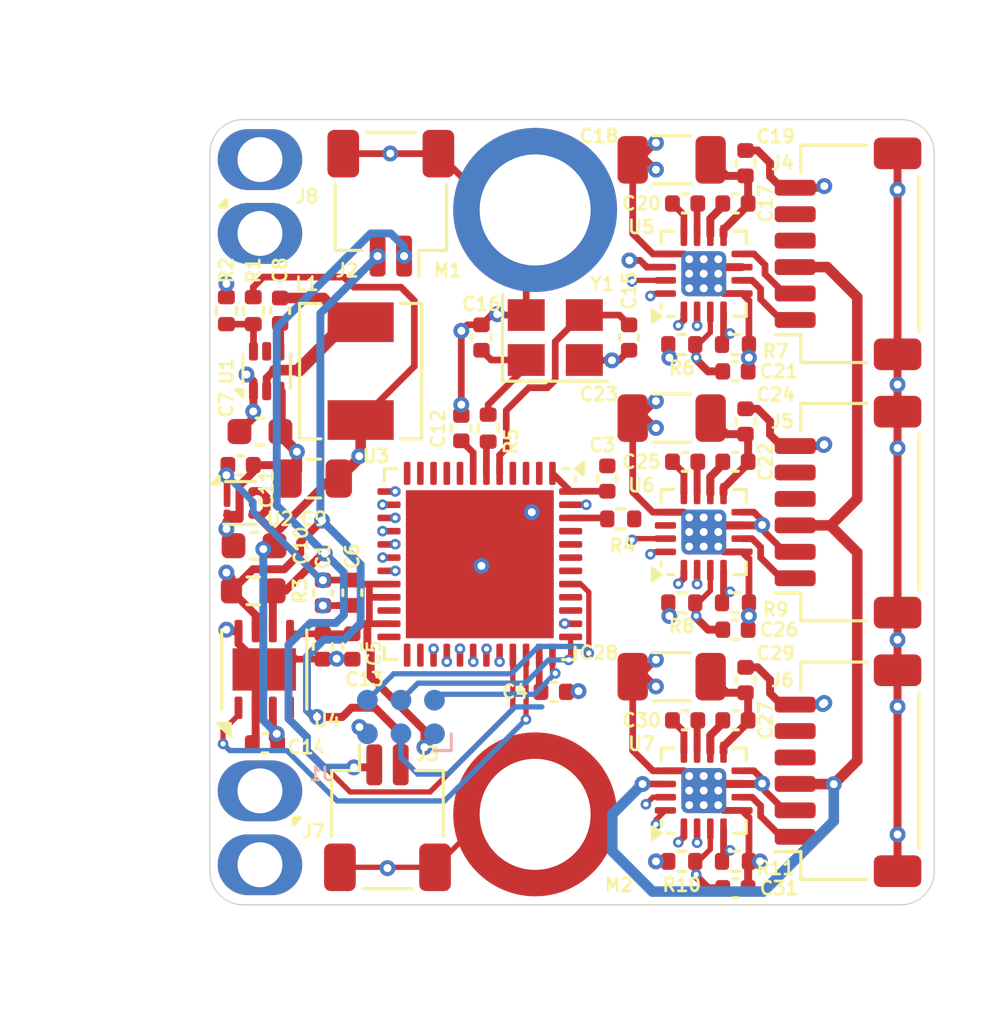
<source format=kicad_pcb>
(kicad_pcb (version 20240108) (generator "pcbnew") (generator_version "8.0")
  (layers (0 "F.Cu" signal) (1 "In1.Cu" signal) (2 "In2.Cu" signal) (31 "B.Cu" signal) (34 "B.Paste" user) (35 "F.Paste" user) (36 "B.SilkS" user "B.Silkscreen") (37 "F.SilkS" user "F.Silkscreen") (38 "B.Mask" user) (39 "F.Mask" user) (44 "Edge.Cuts" user))
  (net 0 "")
  (net 1 "+12V")
  (net 2 "GND")
  (net 3 "/RST")
  (net 4 "/XTALI")
  (net 5 "/XTALR")
  (net 6 "+3V3")
  (net 7 "+5V")
  (net 8 "/BST")
  (net 9 "/SW")
  (net 10 "Net-(U6-VCP)")
  (net 11 "Net-(U6-CPH)")
  (net 12 "Net-(U6-CPL)")
  (net 13 "Net-(U5-VCP)")
  (net 14 "Net-(U7-VCP)")
  (net 15 "Net-(U7-CPL)")
  (net 16 "Net-(U7-CPH)")
  (net 17 "Net-(U5-CPH)")
  (net 18 "/SWCLK")
  (net 19 "/SWO")
  (net 20 "/SWDIO")
  (net 21 "/CANH")
  (net 22 "/CANL")
  (net 23 "Net-(U5-CPL)")
  (net 24 "/PMS1")
  (net 25 "/PMS2")
  (net 26 "/PMS3")
  (net 27 "/ECA1")
  (net 28 "/ECB1")
  (net 29 "/XTALO")
  (net 30 "/FB")
  (net 31 "/ECA2")
  (net 32 "/ECB2")
  (net 33 "/ECA3")
  (net 34 "/CNRX")
  (net 35 "/CNTX")
  (net 36 "/ECB3")
  (net 37 "/BOOT0")
  (net 38 "/PLM1")
  (net 39 "/IPR1")
  (net 40 "/PLM2")
  (net 41 "/IPR2")
  (net 42 "/PLM3")
  (net 43 "/IPR3")
  (net 45 "/SLP2")
  (net 46 "/INB3")
  (net 47 "/SLP1")
  (net 48 "/INA3")
  (net 49 "/FLT1")
  (net 50 "/FLT2")
  (net 51 "/INA2")
  (net 52 "/INB2")
  (net 55 "/INB1")
  (net 60 "/SLP3")
  (net 61 "/INA1")
  (net 62 "/FLT3")
  (net 64 "/Driver1/OUT1")
  (net 65 "/Driver1/OUT2")
  (net 66 "/Driver2/OUT2")
  (net 67 "/Driver2/OUT1")
  (net 68 "/Driver3/OUT2")
  (net 69 "/Driver3/OUT1")
  (footprint "Capacitor_SMD:C_0402_1005Metric" (layer "F.Cu") (at 115.531 45.476)
    (property "Reference" "C21")
    (property "Value" "1u")
  )
  (footprint "Capacitor_SMD:C_0402_1005Metric" (layer "F.Cu") (at 105.918 44.196 -90)
    (property "Reference" "C16")
    (property "Value" "10p")
  )
  (footprint "Connector_JST:JST_SH_SM02B-SRSS-TB_1x02-1MP_P1.00mm_Horizontal" (layer "F.Cu") (at 102.362 62.357)
    (property "Reference" "J3")
    (property "Value" "Conn_01x02_MountingPin")
  )
  (footprint "Capacitor_SMD:C_0402_1005Metric" (layer "F.Cu") (at 115.531 65.024)
    (property "Reference" "C31")
    (property "Value" "1u")
  )
  (footprint "Capacitor_SMD:C_0402_1005Metric" (layer "F.Cu") (at 99.919794 53.853673 -90)
    (property "Reference" "C1")
    (property "Value" "10u")
  )
  (footprint "Capacitor_SMD:C_0402_1005Metric" (layer "F.Cu") (at 111.506 44.196 90)
    (property "Reference" "C15")
    (property "Value" "10p")
  )
  (footprint "Connector_JST:JST_SH_SM06B-SRSS-TB_1x06-1MP_P1.00mm_Horizontal" (layer "F.Cu") (at 119.791 41.031 90)
    (property "Reference" "J4")
    (property "Value" "Conn_01x06_MountingPin")
  )
  (footprint "Resistor_SMD:R_0402_1005Metric" (layer "F.Cu") (at 115.531 54.229 180)
    (property "Reference" "R9")
    (property "Value" "2k2")
  )
  (footprint "Package_TO_SOT_SMD:SOT-563" (layer "F.Cu") (at 97.79 45.466 90)
    (property "Reference" "U1")
    (property "Value" "AP62150Z6")
  )
  (footprint "Resistor_SMD:R_0402_1005Metric" (layer "F.Cu") (at 106.172 47.622 -90)
    (property "Reference" "R5")
    (property "Value" "510")
  )
  (footprint "Connector_JST:JST_SH_SM06B-SRSS-TB_1x06-1MP_P1.00mm_Horizontal" (layer "F.Cu") (at 119.791 50.8 90)
    (property "Reference" "J5")
    (property "Value" "Conn_01x06_MountingPin")
  )
  (footprint "Package_DFN_QFN:QFN-16-1EP_3x3mm_P0.5mm_EP1.7x1.7mm_ThermalVias" (layer "F.Cu") (at 114.33 41.783 90)
    (property "Reference" "U5")
    (property "Value" "DRV8876")
  )
  (footprint "Inductor_SMD:L_Chilisin_BMRA00040420" (layer "F.Cu") (at 101.346 45.466 -90)
    (property "Reference" "L1")
    (property "Value" "3u3")
  )
  (footprint "Crystal:Crystal_SMD_3225-4Pin_3.2x2.5mm" (layer "F.Cu") (at 108.712 44.196)
    (property "Reference" "Y1")
    (property "Value" "16MHz")
  )
  (footprint "Capacitor_SMD:C_0402_1005Metric" (layer "F.Cu") (at 115.912 57.15 90)
    (property "Reference" "C29")
    (property "Value" "100n")
  )
  (footprint "Capacitor_SMD:C_0402_1005Metric" (layer "F.Cu") (at 97.726 59.544001)
    (property "Reference" "C14")
    (property "Value" "100n")
  )
  (footprint "Package_DFN_QFN:QFN-48-1EP_7x7mm_P0.5mm_EP5.6x5.6mm" (layer "F.Cu") (at 105.856 52.77 -90)
    (property "Reference" "U3")
    (property "Value" "STM32G431CBUx")
  )
  (footprint "Capacitor_SMD:C_0402_1005Metric" (layer "F.Cu") (at 113.626 39.126 180)
    (property "Reference" "C20")
    (property "Value" "22n")
  )
  (footprint "Resistor_SMD:R_0402_1005Metric" (layer "F.Cu") (at 96.266 43.179999 90)
    (property "Reference" "R2")
    (property "Value" "10k")
  )
  (footprint "User_Footprints:24939" (layer "F.Cu") (at 107.95 62.23)
    (property "Reference" "M2")
    (property "Value" "24939")
  )
  (footprint "Package_DFN_QFN:QFN-16-1EP_3x3mm_P0.5mm_EP1.7x1.7mm_ThermalVias" (layer "F.Cu") (at 114.33 61.331 90)
    (property "Reference" "U7")
    (property "Value" "DRV8876")
  )
  (footprint "User_Footprints:PowerPins" (layer "F.Cu") (at 97.536 61.341)
    (property "Reference" "J7")
    (property "Value" "Conn_01x02_Pin")
  )
  (footprint "Package_SON:HVSON-8-1EP_3x3mm_P0.65mm_EP1.6x2.4mm" (layer "F.Cu") (at 97.698 56.75 90)
    (property "Reference" "U4")
    (property "Value" "TJA1044GTK/3")
  )
  (footprint "Resistor_SMD:R_0402_1005Metric" (layer "F.Cu") (at 113.499 54.229 180)
    (property "Reference" "R8")
    (property "Value" "510")
  )
  (footprint "Capacitor_SMD:C_0402_1005Metric" (layer "F.Cu") (at 115.912 37.602 90)
    (property "Reference" "C19")
    (property "Value" "100n")
  )
  (footprint "Capacitor_SMD:C_0402_1005Metric" (layer "F.Cu") (at 99.913 55.88 -90)
    (property "Reference" "C13")
    (property "Value" "100n")
  )
  (footprint "Capacitor_SMD:C_1206_3216Metric" (layer "F.Cu") (at 113.118 47.244 180)
    (property "Reference" "C23")
    (property "Value" "22u")
  )
  (footprint "Capacitor_SMD:C_0402_1005Metric" (layer "F.Cu") (at 101.03 55.88 -90)
    (property "Reference" "C5")
    (property "Value" "100n")
  )
  (footprint "Connector_JST:JST_SH_SM06B-SRSS-TB_1x06-1MP_P1.00mm_Horizontal" (layer "F.Cu") (at 119.791 60.579 90)
    (property "Reference" "J6")
    (property "Value" "Conn_01x06_MountingPin")
  )
  (footprint "Capacitor_SMD:C_0402_1005Metric" (layer "F.Cu") (at 115.531 48.895 180)
    (property "Reference" "C22")
    (property "Value" "100n")
  )
  (footprint "Package_DFN_QFN:QFN-16-1EP_3x3mm_P0.5mm_EP1.7x1.7mm_ThermalVias" (layer "F.Cu") (at 114.33 51.552 90)
    (property "Reference" "U6")
    (property "Value" "DRV8876")
  )
  (footprint "Resistor_SMD:R_0402_1005Metric" (layer "F.Cu") (at 97.282 43.18 -90)
    (property "Reference" "R1")
    (property "Value" "52k3")
  )
  (footprint "Capacitor_SMD:C_1206_3216Metric" (layer "F.Cu") (at 113.118 57.023 180)
    (property "Reference" "C28")
    (property "Value" "22u")
  )
  (footprint "Capacitor_SMD:C_0402_1005Metric" (layer "F.Cu") (at 115.531 58.674 180)
    (property "Reference" "C27")
    (property "Value" "100n")
  )
  (footprint "Capacitor_SMD:C_0402_1005Metric" (layer "F.Cu") (at 115.531 55.245)
    (property "Reference" "C26")
    (property "Value" "1u")
  )
  (footprint "Capacitor_SMD:C_0402_1005Metric" (layer "F.Cu") (at 101.03 53.848 -90)
    (property "Reference" "C6")
    (property "Value" "100n")
  )
  (footprint "Capacitor_SMD:C_0402_1005Metric" (layer "F.Cu") (at 115.912 47.371 90)
    (property "Reference" "C24")
    (property "Value" "100n")
  )
  (footprint "User_Footprints:PowerPins" (layer "F.Cu") (at 97.536 40.259 180)
    (property "Reference" "J8")
    (property "Value" "Conn_01x02_Pin")
  )
  (footprint "Capacitor_SMD:C_1206_3216Metric" (layer "F.Cu") (at 113.118 37.475 180)
    (property "Reference" "C18")
    (property "Value" "22u")
  )
  (footprint "Capacitor_SMD:C_0402_1005Metric" (layer "F.Cu") (at 113.626 58.674 180)
    (property "Reference" "C30")
    (property "Value" "22n")
  )
  (footprint "Resistor_SMD:R_0402_1005Metric" (layer "F.Cu") (at 111.19 51.054)
    (property "Reference" "R4")
    (property "Value" "10k")
  )
  (footprint "Resistor_SMD:R_0402_1005Metric" (layer "F.Cu") (at 113.499 64.008 180)
    (property "Reference" "R10")
    (property "Value" "510")
  )
  (footprint "Package_DFN_QFN:DFN-6-1EP_1.2x1.2mm_P0.4mm_EP0.3x0.94mm_PullBack" (layer "F.Cu") (at 96.765 50.454)
    (property "Reference" "U2")
    (property "Value" "NCP176")
  )
  (footprint "Capacitor_SMD:C_0402_1005Metric" (layer "F.Cu") (at 98.298 43.179999 -90)
    (property "Reference" "C8")
    (property "Value" "100n")
  )
  (footprint "Capacitor_SMD:C_0402_1005Metric" (layer "F.Cu") (at 115.531 39.126 180)
    (property "Reference" "C17")
    (property "Value" "100n")
  )
  (footprint "Resistor_SMD:R_0402_1005Metric" (layer "F.Cu") (at 115.531 64.008 180)
    (property "Reference" "R11")
    (property "Value" "2k2")
  )
  (footprint "Resistor_SMD:R_0603_1608Metric" (layer "F.Cu") (at 97.282 53.776 180)
    (property "Reference" "R3")
    (property "Value" "120")
  )
  (footprint "Capacitor_SMD:C_0402_1005Metric" (layer "F.Cu") (at 96.802 49.022)
    (property "Reference" "C11")
    (property "Value" "2u2")
  )
  (footprint "Capacitor_SMD:C_0603_1608Metric" (layer "F.Cu") (at 97.536 47.752)
    (property "Reference" "C7")
    (property "Value" "10u")
  )
  (footprint "Capacitor_SMD:C_0402_1005Metric" (layer "F.Cu") (at 108.650001 57.596)
    (property "Reference" "C4")
    (property "Value" "100n")
  )
  (footprint "Capacitor_SMD:C_0603_1608Metric" (layer "F.Cu") (at 97.31 52.07 180)
    (property "Reference" "C10")
    (property "Value" "10u")
  )
  (footprint "User_Footprints:24939" (layer "F.Cu") (at 107.95 39.37)
    (property "Reference" "M1")
    (property "Value" "24939")
  )
  (footprint "Resistor_SMD:R_0402_1005Metric" (layer "F.Cu") (at 115.531 44.46 180)
    (property "Reference" "R7")
    (property "Value" "2k2")
  )
  (footprint "Capacitor_SMD:C_0805_2012Metric" (layer "F.Cu") (at 99.568 49.53 180)
    (property "Reference" "C9")
    (property "Value" "22u")
  )
  (footprint "Capacitor_SMD:C_0402_1005Metric" (layer "F.Cu") (at 113.626 48.895 180)
    (property "Reference" "C25")
    (property "Value" "22n")
  )
  (footprint "Resistor_SMD:R_0402_1005Metric" (layer "F.Cu") (at 113.499 44.46 180)
    (property "Reference" "R6")
    (property "Value" "510")
  )
  (footprint "Connector_JST:JST_SH_SM02B-SRSS-TB_1x02-1MP_P1.00mm_Horizontal" (layer "F.Cu") (at 102.489 39.116 180)
    (property "Reference" "J2")
    (property "Value" "Conn_01x02_MountingPin")
  )
  (footprint "Capacitor_SMD:C_0402_1005Metric" (layer "F.Cu") (at 105.156 47.622001 90)
    (property "Reference" "C12")
    (property "Value" "100n")
  )
  (footprint "Capacitor_SMD:C_0402_1005Metric" (layer "F.Cu") (at 110.682 49.53 90)
    (property "Reference" "C3")
    (property "Value" "100n")
  )
  (footprint "Connector:Tag-Connect_TC2030-IDC-NL_2x03_P1.27mm_Vertical" (layer "B.Cu") (at 102.87 58.547 180)
    (property "Reference" "J1")
    (property "Value" "Conn_ARM_SWD_TagConnect_TC2030-NL")
  )
  (gr_arc (start 123.053974 64.379974) (mid 122.682 65.278) (end 121.783974 65.649974) (stroke (width 0.05)) (layer "Edge.Cuts"))
  (gr_arc (start 96.910026 65.649974) (mid 96.011993 65.278007) (end 95.640026 64.379974) (stroke (width 0.05)) (layer "Edge.Cuts"))
  (gr_line (start 121.783974 35.950026) (end 96.910026 35.950026) (stroke (width 0.05)) (layer "Edge.Cuts"))
  (gr_line (start 123.053974 37.220026) (end 123.053974 64.379974) (stroke (width 0.05)) (layer "Edge.Cuts"))
  (gr_line (start 95.640026 37.220026) (end 95.640026 64.379974) (stroke (width 0.05)) (layer "Edge.Cuts"))
  (gr_arc (start 121.783974 35.950026) (mid 122.682 36.322) (end 123.053974 37.220026) (stroke (width 0.05)) (layer "Edge.Cuts"))
  (gr_line (start 96.910026 65.649974) (end 121.783974 65.649974) (stroke (width 0.05)) (layer "Edge.Cuts"))
  (gr_arc (start 95.640026 37.220026) (mid 96.011993 36.321993) (end 96.910026 35.950026) (stroke (width 0.05)) (layer "Edge.Cuts"))
  (segment (start 115.2 57.63) (end 115.912 57.63) (width 0.3) (layer "F.Cu") (net 1))
  (segment (start 116.011 48.895) (end 116.011 48.952) (width 0.3) (layer "F.Cu") (net 1))
  (segment (start 97.29 46.998) (end 97.282 46.99) (width 0.3) (layer "F.Cu") (net 1))
  (segment (start 115.2 47.851) (end 115.912 47.851) (width 0.3) (layer "F.Cu") (net 1))
  (segment (start 115.08 59.662) (end 115.08 59.881) (width 0.3) (layer "F.Cu") (net 1))
  (segment (start 114.593 37.475) (end 115.2 38.082) (width 0.3) (layer "F.Cu") (net 1))
  (segment (start 115.912 38.082) (end 116.011 38.181) (width 0.3) (layer "F.Cu") (net 1))
  (segment (start 115.08 40.114) (end 115.08 40.333) (width 0.3) (layer "F.Cu") (net 1))
  (segment (start 116.011 39.126) (end 116.011 39.183) (width 0.3) (layer "F.Cu") (net 1))
  (segment (start 114.593 57.023) (end 115.2 57.63) (width 0.3) (layer "F.Cu") (net 1))
  (segment (start 116.011 48.952) (end 115.08 49.883) (width 0.3) (layer "F.Cu") (net 1))
  (segment (start 114.593 47.244) (end 115.2 47.851) (width 0.3) (layer "F.Cu") (net 1))
  (segment (start 97.29 46.216) (end 97.29 45.855) (width 0.3) (layer "F.Cu") (net 1))
  (segment (start 115.2 38.082) (end 115.912 38.082) (width 0.3) (layer "F.Cu") (net 1))
  (segment (start 97.29 45.855) (end 97.028 45.593) (width 0.3) (layer "F.Cu") (net 1))
  (segment (start 116.011 38.181) (end 116.011 39.126) (width 0.3) (layer "F.Cu") (net 1))
  (segment (start 115.912 47.851) (end 116.011 47.95) (width 0.3) (layer "F.Cu") (net 1))
  (segment (start 116.011 58.731) (end 115.08 59.662) (width 0.3) (layer "F.Cu") (net 1))
  (segment (start 116.011 57.729) (end 116.011 58.674) (width 0.3) (layer "F.Cu") (net 1))
  (segment (start 116.011 47.95) (end 116.011 48.895) (width 0.3) (layer "F.Cu") (net 1))
  (segment (start 97.282 46.99) (end 97.29 46.982) (width 0.3) (layer "F.Cu") (net 1))
  (segment (start 116.011 58.674) (end 116.011 58.731) (width 0.3) (layer "F.Cu") (net 1))
  (segment (start 97.29 47.223) (end 97.29 46.998) (width 0.3) (layer "F.Cu") (net 1))
  (segment (start 115.08 49.883) (end 115.08 50.102) (width 0.3) (layer "F.Cu") (net 1))
  (segment (start 115.912 57.63) (end 116.011 57.729) (width 0.3) (layer "F.Cu") (net 1))
  (segment (start 96.761 47.752) (end 97.29 47.223) (width 0.3) (layer "F.Cu") (net 1))
  (segment (start 116.011 39.183) (end 115.08 40.114) (width 0.3) (layer "F.Cu") (net 1))
  (segment (start 97.29 46.982) (end 97.29 46.216) (width 0.3) (layer "F.Cu") (net 1))
  (via (at 97.282 46.99) (size 0.6) (drill 0.3) (layers "F.Cu" "B.Cu") (net 1))
  (via (at 97.028 45.593) (size 0.6) (drill 0.3) (layers "F.Cu" "B.Cu") (net 1))
  (segment (start 116.37 37.122) (end 115.912 37.122) (width 0.3) (layer "F.Cu") (net 2))
  (segment (start 101.03 56.36) (end 100.455348 56.36) (width 0.254) (layer "F.Cu") (net 2))
  (segment (start 116.37 46.891) (end 115.912 46.891) (width 0.3) (layer "F.Cu") (net 2))
  (segment (start 96.765 50.454) (end 96.765 49.793) (width 0.3) (layer "F.Cu") (net 2))
  (segment (start 117.791 58.079) (end 118.830156 58.079) (width 0.3) (layer "F.Cu") (net 2))
  (segment (start 112.88 60.581) (end 112.407 60.581) (width 0.254) (layer "F.Cu") (net 2))
  (segment (start 98.088 56.36) (end 97.698 56.75) (width 0.254) (layer "F.Cu") (net 2))
  (segment (start 98.618 49.53) (end 98.11 49.022) (width 0.3) (layer "F.Cu") (net 2))
  (segment (start 117.271 58.079) (end 116.84 57.648) (width 0.3) (layer "F.Cu") (net 2))
  (segment (start 111.643 59.817) (end 111.643 57.023) (width 0.254) (layer "F.Cu") (net 2))
  (segment (start 112.522 37.846) (end 112.151 37.475) (width 0.254) (layer "F.Cu") (net 2))
  (segment (start 98.311 47.752) (end 98.311 46.237) (width 0.4) (layer "F.Cu") (net 2))
  (segment (start 111.643 50.038) (end 111.643 47.244) (width 0.254) (layer "F.Cu") (net 2))
  (segment (start 102.468032 37.235265) (end 102.462297 37.241) (width 0.254) (layer "F.Cu") (net 2))
  (segment (start 116.040999 64.008) (end 116.040999 62.341999) (width 0.254) (layer "F.Cu") (net 2))
  (segment (start 115.08 52.302) (end 114.88 52.102) (width 0.254) (layer "F.Cu") (net 2))
  (segment (start 98.897003 56.36) (end 98.847537 56.310534) (width 0.254) (layer "F.Cu") (net 2))
  (segment (start 121.666 47) (end 121.666 45.974) (width 0.3) (layer "F.Cu") (net 2))
  (segment (start 111.643 47.244) (end 111.877 47.244) (width 0.254) (layer "F.Cu") (net 2))
  (segment (start 113.58 50.802) (end 113.78 51.002) (width 0.254) (layer "F.Cu") (net 2))
  (segment (start 98.925 49.223) (end 98.311 49.223) (width 0.4) (layer "F.Cu") (net 2))
  (segment (start 111.136 45.046) (end 110.869297 45.046) (width 0.254) (layer "F.Cu") (net 2))
  (segment (start 96.723 55.775) (end 97.698 56.75) (width 0.3) (layer "F.Cu") (net 2))
  (segment (start 116.84 47.361) (end 116.37 46.891) (width 0.3) (layer "F.Cu") (net 2))
  (segment (start 105.382 43.716) (end 105.156 43.942) (width 0.254) (layer "F.Cu") (net 2))
  (segment (start 116.84 38.1) (end 116.84 37.592) (width 0.3) (layer "F.Cu") (net 2))
  (segment (start 100.562 64.232) (end 102.332 64.232) (width 0.2) (layer "F.Cu") (net 2))
  (segment (start 116.040999 62.341999) (end 115.78 62.081) (width 0.254) (layer "F.Cu") (net 2))
  (segment (start 115.78 61.081) (end 115.13 61.081) (width 0.3) (layer "F.Cu") (net 2))
  (segment (start 112.88 41.033) (end 112.407 41.033) (width 0.254) (layer "F.Cu") (net 2))
  (segment (start 102.392 64.232) (end 104.162 64.232) (width 0.2) (layer "F.Cu") (net 2))
  (segment (start 116.040999 54.229) (end 116.040999 52.562999) (width 0.254) (layer "F.Cu") (net 2))
  (segment (start 115.08 62.081) (end 114.88 61.881) (width 0.254) (layer "F.Cu") (net 2))
  (segment (start 115.08 52.302) (end 114.88 52.102) (width 0.254) (layer "F.Cu") (net 2))
  (segment (start 96.3655 51.054) (end 96.765 51.054) (width 0.3) (layer "F.Cu") (net 2))
  (segment (start 104.289 37.241) (end 102.473767 37.241) (width 0.254) (layer "F.Cu") (net 2))
  (segment (start 111.506 44.676) (end 111.136 45.046) (width 0.254) (layer "F.Cu") (net 2))
  (segment (start 96.765 49.793) (end 97.282 49.276) (width 0.3) (layer "F.Cu") (net 2))
  (segment (start 105.156 43.942) (end 105.156 46.736) (width 0.254) (layer "F.Cu") (net 2))
  (segment (start 121.666 64.379) (end 121.666 58.156) (width 0.3) (layer "F.Cu") (net 2))
  (segment (start 112.522 57.394) (end 112.151 57.023) (width 0.254) (layer "F.Cu") (net 2))
  (segment (start 116.040999 54.229) (end 116.040999 52.562999) (width 0.254) (layer "F.Cu") (net 2))
  (segment (start 112.151 37.475) (end 111.643 37.475) (width 0.254) (layer "F.Cu") (net 2))
  (segment (start 102.362 64.262) (end 102.392 64.232) (width 0.2) (layer "F.Cu") (net 2))
  (segment (start 116.526 61.081) (end 116.542001 61.065) (width 0.3) (layer "F.Cu") (net 2))
  (segment (start 96.723 55.107106) (end 96.723 55.775) (width 0.3) (layer "F.Cu") (net 2))
  (segment (start 97.373 59.417001) (end 97.373 58.2) (width 0.3) (layer "F.Cu") (net 2))
  (segment (start 116.84 57.648) (end 116.84 57.14) (width 0.3) (layer "F.Cu") (net 2))
  (segment (start 96.266 51.801) (end 96.535 52.07) (width 0.3) (layer "F.Cu") (net 2))
  (segment (start 110.856974 45.058323) (end 110.844651 45.046) (width 0.254) (layer "F.Cu") (net 2))
  (segment (start 112.151 57.023) (end 111.643 57.023) (width 0.254) (layer "F.Cu") (net 2))
  (segment (start 96.615 50.904) (end 96.29 50.904) (width 0.3) (layer "F.Cu") (net 2))
  (segment (start 115.78 51.302) (end 115.13 51.302) (width 0.3) (layer "F.Cu") (net 2))
  (segment (start 116.011 44.49) (end 116.041 44.46) (width 0.3) (layer "F.Cu") (net 2))
  (segment (start 112.88 60.581) (end 113.58 60.581) (width 0.254) (layer "F.Cu") (net 2))
  (segment (start 115.13 61.081) (end 114.88 61.331) (width 0.3) (layer "F.Cu") (net 2))
  (segment (start 115.78 52.302) (end 115.08 52.302) (width 0.254) (layer "F.Cu") (net 2))
  (segment (start 115.78 51.302) (end 116.526 51.302) (width 0.3) (layer "F.Cu") (net 2))
  (segment (start 116.011 65.024) (end 116.011 64.038) (width 0.3) (layer "F.Cu") (net 2))
  (segment (start 100.438886 56.343538) (end 100.422424 56.36) (width 0.254) (layer "F.Cu") (net 2))
  (segment (start 116.011 45.476) (end 116.011 44.49) (width 0.3) (layer "F.Cu") (net 2))
  (segment (start 112.151 47.244) (end 111.643 47.244) (width 0.254) (layer "F.Cu") (net 2))
  (segment (start 121.666 44.831) (end 121.666 38.608) (width 0.3) (layer "F.Cu") (net 2))
  (segment (start 100.487437 54.323175) (end 100.497935 54.333673) (width 0.254) (layer "F.Cu") (net 2))
  (segment (start 96.321 55.3) (end 96.723 55.3) (width 0.3) (layer "F.Cu") (net 2))
  (segment (start 113.58 60.581) (end 113.78 60.781) (width 0.254) (layer "F.Cu") (net 2))
  (segment (start 113.58 41.033) (end 113.78 41.233) (width 0.254) (layer "F.Cu") (net 2))
  (segment (start 116.040999 64.008) (end 116.040999 62.341999) (width 0.254) (layer "F.Cu") (net 2))
  (segment (start 112.88 60.581) (end 113.58 60.581) (width 0.254) (layer "F.Cu") (net 2))
  (segment (start 116.37 56.67) (end 115.912 56.67) (width 0.3) (layer "F.Cu") (net 2))
  (segment (start 115.13 51.302) (end 114.88 51.552) (width 0.3) (layer "F.Cu") (net 2))
  (segment (start 121.666 62.992) (end 121.666 56.779) (width 0.3) (layer "F.Cu") (net 2))
  (segment (start 106.54798 43.346) (end 107.612 43.346) (width 0.254) (layer "F.Cu") (net 2))
  (segment (start 98.311 46.237) (end 98.29 46.216) (width 0.3) (layer "F.Cu") (net 2))
  (segment (start 105.918 43.716) (end 105.382 43.716) (width 0.254) (layer "F.Cu") (net 2))
  (segment (start 115.78 52.302) (end 115.08 52.302) (width 0.254) (layer "F.Cu") (net 2))
  (segment (start 115.78 62.081) (end 115.08 62.081) (width 0.254) (layer "F.Cu") (net 2))
  (segment (start 97.282 49.276) (end 97.282 49.022) (width 0.3) (layer "F.Cu") (net 2))
  (segment (start 100.455348 56.36) (end 100.438886 56.343538) (width 0.254) (layer "F.Cu") (net 2))
  (segment (start 96.266 51.435) (end 96.266 51.801) (width 0.3) (layer "F.Cu") (net 2))
  (segment (start 116.040999 42.793999) (end 115.78 42.533) (width 0.254) (layer "F.Cu") (net 2))
  (segment (start 117.791 48.3) (end 118.830156 48.3) (width 0.3) (layer "F.Cu") (net 2))
  (segment (start 121.666 55.626) (end 121.666 54.6) (width 0.3) (layer "F.Cu") (net 2))
  (segment (start 115.13 61.081) (end 114.88 61.331) (width 0.3) (layer "F.Cu") (net 2))
  (segment (start 118.830156 38.531) (end 118.892959 38.468197) (width 0.3) (layer "F.Cu") (net 2))
  (segment (start 111.877 37.475) (end 112.522 36.83) (width 0.254) (layer "F.Cu") (net 2))
  (segment (start 118.830156 58.079) (end 118.892959 58.016197) (width 0.3) (layer "F.Cu") (net 2))
  (segment (start 111.877 47.244) (end 112.522 46.599) (width 0.254) (layer "F.Cu") (net 2))
  (segment (start 109.824323 45.058323) (end 109.812 45.046) (width 0.254) (layer "F.Cu") (net 2))
  (segment (start 99.919794 54.333673) (end 100.476939 54.333673) (width 0.254) (layer "F.Cu") (net 2))
  (segment (start 116.011 55.245) (end 116.011 54.259) (width 0.3) (layer "F.Cu") (net 2))
  (segment (start 96.765 51.054) (end 96.615 50.904) (width 0.3) (layer "F.Cu") (net 2))
  (segment (start 116.040999 44.46) (end 116.040999 42.793999) (width 0.254) (layer "F.Cu") (net 2))
  (segment (start 117.791 38.531) (end 118.830156 38.531) (width 0.3) (layer "F.Cu") (net 2))
  (segment (start 116.84 57.14) (end 116.37 56.67) (width 0.3) (layer "F.Cu") (net 2))
  (segment (start 106.418 39.37) (end 104.289 37.241) (width 0.254) (layer "F.Cu") (net 2))
  (segment (start 121.666 54.6) (end 121.666 48.377) (width 0.3) (layer "F.Cu") (net 2))
  (segment (start 104.162 64.232) (end 106.164 62.23) (width 0.2) (layer "F.Cu") (net 2))
  (segment (start 121.666 45.974) (end 121.666 44.831) (width 0.3) (layer "F.Cu") (net 2))
  (segment (start 109.130001 57.596) (end 109.564049 57.596) (width 0.254) (layer "F.Cu") (net 2))
  (segment (start 107.612 43.346) (end 107.612 39.708) (width 0.254) (layer "F.Cu") (net 2))
  (segment (start 115.78 51.302) (end 115.13 51.302) (width 0.3) (layer "F.Cu") (net 2))
  (segment (start 121.666 58.156) (end 121.666 56.779) (width 0.3) (layer "F.Cu") (net 2))
  (segment (start 102.332 64.232) (end 102.362 64.262) (width 0.2) (layer "F.Cu") (net 2))
  (segment (start 117.271 48.3) (end 116.84 47.869) (width 0.3) (layer "F.Cu") (net 2))
  (segment (start 107.95 39.37) (end 106.418 39.37) (width 0.254) (layer "F.Cu") (net 2))
  (segment (start 112.407 50.802) (end 111.643 50.038) (width 0.254) (layer "F.Cu") (net 2))
  (segment (start 116.526 51.302) (end 116.542 51.286) (width 0.3) (layer "F.Cu") (net 2))
  (segment (start 106.164 62.23) (end 107.95 62.23) (width 0.2) (layer "F.Cu") (net 2))
  (segment (start 117.791 38.531) (end 117.271 38.531) (width 0.3) (layer "F.Cu") (net 2))
  (segment (start 100.422424 56.36) (end 99.913 56.36) (width 0.254) (layer "F.Cu") (net 2))
  (segment (start 111.643 40.269) (end 111.643 37.475) (width 0.254) (layer "F.Cu") (net 2))
  (segment (start 110.856974 45.058323) (end 109.824323 45.058323) (width 0.254) (layer "F.Cu") (net 2))
  (segment (start 97.373 58.2) (end 97.373 57.075) (width 0.3) (layer "F.Cu") (net 2))
  (segment (start 115.78 42.533) (end 115.08 42.533) (width 0.254) (layer "F.Cu") (net 2))
  (segment (start 96.266 51.435) (end 96.266 51.1535) (width 0.3) (layer "F.Cu") (net 2))
  (segment (start 115.13 41.533) (end 114.88 41.783) (width 0.3) (layer "F.Cu") (net 2))
  (segment (start 106.51488 43.3129) (end 106.54798 43.346) (width 0.254) (layer "F.Cu") (net 2))
  (segment (start 105.156 47.142001) (end 105.156 46.736) (width 0.254) (layer "F.Cu") (net 2))
  (segment (start 107.612 39.708) (end 107.95 39.37) (width 0.254) (layer "F.Cu") (net 2))
  (segment (start 112.88 50.802) (end 113.58 50.802) (width 0.254) (layer "F.Cu") (net 2))
  (segment (start 98.798071 56.36) (end 98.088 56.36) (width 0.254) (layer "F.Cu") (net 2))
  (segment (start 113.58 60.581) (end 113.78 60.781) (width 0.254) (layer "F.Cu") (net 2))
  (segment (start 98.933 48.514) (end 98.311 47.892) (width 0.4) (layer "F.Cu") (net 2))
  (segment (start 117.791 48.3) (end 117.271 48.3) (width 0.3) (layer "F.Cu") (net 2))
  (segment (start 116.011 64.038) (end 116.041 64.008) (width 0.3) (layer "F.Cu") (net 2))
  (segment (start 98.311 47.892) (end 98.311 47.752) (width 0.4) (layer "F.Cu") (net 2))
  (segment (start 115.78 41.533) (end 115.13 41.533) (width 0.3) (layer "F.Cu") (net 2))
  (segment (start 102.462297 37.241) (end 100.689 37.241) (width 0.254) (layer "F.Cu") (net 2))
  (segment (start 121.666 64.379) (end 121.666 62.992) (width 0.3) (layer "F.Cu") (net 2))
  (segment (start 115.13 51.302) (end 114.88 51.552) (width 0.3) (layer "F.Cu") (net 2))
  (segment (start 96.266 51.1535) (end 96.3655 51.054) (width 0.3) (layer "F.Cu") (net 2))
  (segment (start 117.791 58.079) (end 117.271 58.079) (width 0.3) (layer "F.Cu") (net 2))
  (segment (start 118.832 48.3) (end 118.872 48.26) (width 0.3) (layer "F.Cu") (net 2))
  (segment (start 98.933 49.215) (end 98.925 49.223) (width 0.4) (layer "F.Cu") (net 2))
  (segment (start 115.78 61.081) (end 115.13 61.081) (width 0.3) (layer "F.Cu") (net 2))
  (segment (start 116.040999 62.341999) (end 115.78 62.081) (width 0.254) (layer "F.Cu") (net 2))
  (segment (start 116.040999 52.562999) (end 115.78 52.302) (width 0.254) (layer "F.Cu") (net 2))
  (segment (start 111.643 37.475) (end 111.877 37.475) (width 0.254) (layer "F.Cu") (net 2))
  (segment (start 96.266 55.245) (end 96.321 55.3) (width 0.3) (layer "F.Cu") (net 2))
  (segment (start 118.830156 48.3) (end 118.892959 48.237197) (width 0.3) (layer "F.Cu") (net 2))
  (segment (start 116.84 47.869) (end 116.84 47.361) (width 0.3) (layer "F.Cu") (net 2))
  (segment (start 115.08 42.533) (end 114.88 42.333) (width 0.254) (layer "F.Cu") (net 2))
  (segment (start 98.618 49.53) (end 98.311 49.223) (width 0.3) (layer "F.Cu") (net 2))
  (segment (start 113.58 50.802) (end 113.78 51.002) (width 0.254) (layer "F.Cu") (net 2))
  (segment (start 105.918 43.716) (end 106.288 43.346) (width 0.254) (layer "F.Cu") (net 2))
  (segment (start 121.666 38.608) (end 121.666 37.231) (width 0.3) (layer "F.Cu") (net 2))
  (segment (start 112.88 41.033) (end 113.58 41.033) (width 0.254) (layer "F.Cu") (net 2))
  (segment (start 117.271 38.531) (end 116.84 38.1) (width 0.3) (layer "F.Cu") (net 2))
  (segment (start 99.913 56.36) (end 98.897003 56.36) (width 0.254) (layer "F.Cu") (net 2))
  (segment (start 96.765 51.054) (end 96.765 50.454) (width 0.3) (layer "F.Cu") (net 2))
  (segment (start 112.407 41.033) (end 111.643 40.269) (width 0.254) (layer "F.Cu") (net 2))
  (segment (start 100.497935 54.333673) (end 101.024327 54.333673) (width 0.254) (layer "F.Cu") (net 2))
  (segment (start 98.847537 56.310534) (end 98.798071 56.36) (width 0.254) (layer "F.Cu") (net 2))
  (segment (start 117.791 58.079) (end 118.818953 58.079) (width 0.3) (layer "F.Cu") (net 2))
  (segment (start 112.522 47.615) (end 112.151 47.244) (width 0.254) (layer "F.Cu") (net 2))
  (segment (start 112.88 50.802) (end 112.407 50.802) (width 0.254) (layer "F.Cu") (net 2))
  (segment (start 102.473767 37.241) (end 102.468032 37.235265) (width 0.254) (layer "F.Cu") (net 2))
  (segment (start 96.266 42.669999) (end 96.266 42.164) (width 0.254) (layer "F.Cu") (net 2))
  (segment (start 97.246 59.544001) (end 97.373 59.417001) (width 0.3) (layer "F.Cu") (net 2))
  (segment (start 109.564049 57.596) (end 109.592192 57.567857) (width 0.254) (layer "F.Cu") (net 2))
  (segment (start 115.08 62.081) (end 114.88 61.881) (width 0.254) (layer "F.Cu") (net 2))
  (segment (start 121.666 50.8) (end 121.666 47) (width 0.3) (layer "F.Cu") (net 2))
  (segment (start 110.869297 45.046) (end 110.856974 45.058323) (width 0.254) (layer "F.Cu") (net 2))
  (segment (start 116.040999 52.562999) (end 115.78 52.302) (width 0.254) (layer "F.Cu") (net 2))
  (segment (start 106.288 43.346) (end 106.48178 43.346) (width 0.254) (layer "F.Cu") (net 2))
  (segment (start 106.48178 43.346) (end 106.51488 43.3129) (width 0.254) (layer "F.Cu") (net 2))
  (segment (start 117.791 48.3) (end 118.832 48.3) (width 0.3) (layer "F.Cu") (net 2))
  (segment (start 111.643 57.023) (end 111.877 57.023) (width 0.254) (layer "F.Cu") (net 2))
  (segment (start 98.11 49.022) (end 97.282 49.022) (width 0.3) (layer "F.Cu") (net 2))
  (segment (start 100.476939 54.333673) (end 100.487437 54.323175) (width 0.254) (layer "F.Cu") (net 2))
  (segment (start 116.84 37.592) (end 116.37 37.122) (width 0.3) (layer "F.Cu") (net 2))
  (segment (start 121.666 56.779) (end 121.666 55.626) (width 0.3) (layer "F.Cu") (net 2))
  (segment (start 111.877 57.023) (end 112.522 56.378) (width 0.254) (layer "F.Cu") (net 2))
  (segment (start 112.407 60.581) (end 111.643 59.817) (width 0.254) (layer "F.Cu") (net 2))
  (segment (start 98.933 48.514) (end 98.933 49.215) (width 0.4) (layer "F.Cu") (net 2))
  (segment (start 115.78 61.081) (end 116.526 61.081) (width 0.3) (layer "F.Cu") (net 2))
  (segment (start 121.666 54.6) (end 121.666 50.8) (width 0.3) (layer "F.Cu") (net 2))
  (segment (start 97.373 57.075) (end 97.698 56.75) (width 0.3) (layer "F.Cu") (net 2))
  (segment (start 116.011 54.259) (end 116.041 54.229) (width 0.3) (layer "F.Cu") (net 2))
  (segment (start 121.666 48.377) (end 121.666 47) (width 0.3) (layer "F.Cu") (net 2))
  (segment (start 101.024327 54.333673) (end 101.03 54.328) (width 0.254) (layer "F.Cu") (net 2))
  (segment (start 112.88 50.802) (end 113.58 50.802) (width 0.254) (layer "F.Cu") (net 2))
  (segment (start 115.78 62.081) (end 115.08 62.081) (width 0.254) (layer "F.Cu") (net 2))
  (segment (start 118.818953 58.079) (end 118.840621 58.057332) (width 0.3) (layer "F.Cu") (net 2))
  (via (at 121.666 58.156) (size 0.6) (drill 0.3) (layers "F.Cu" "B.Cu") (net 2))
  (via (at 96.266 42.164) (size 0.6) (drill 0.3) (layers "F.Cu" "B.Cu") (net 2))
  (via (at 121.666 55.626) (size 0.6) (drill 0.3) (layers "F.Cu" "B.Cu") (net 2))
  (via (at 105.156 46.736) (size 0.6) (drill 0.3) (layers "F.Cu" "B.Cu") (net 2))
  (via (at 98.933 48.514) (size 0.6) (drill 0.3) (layers "F.Cu" "B.Cu") (net 2))
  (via (at 118.892959 58.016197) (size 0.6) (drill 0.3) (layers "F.Cu" "B.Cu") (net 2))
  (via (at 100.438886 56.343538) (size 0.6) (drill 0.3) (layers "F.Cu" "B.Cu") (net 2))
  (via (at 99.919794 54.333673) (size 0.6) (drill 0.3) (layers "F.Cu" "B.Cu") (net 2))
  (via (at 110.856974 45.058323) (size 0.6) (drill 0.3) (layers "F.Cu" "B.Cu") (net 2))
  (via (at 116.542001 61.065) (size 0.6) (drill 0.3) (layers "F.Cu" "B.Cu") (net 2))
  (via (at 116.039058 44.955433) (size 0.6) (drill 0.3) (layers "F.Cu" "B.Cu") (net 2))
  (via (at 112.522 47.615) (size 0.6) (drill 0.3) (layers "F.Cu" "B.Cu") (net 2))
  (via (at 121.666 48.377) (size 0.6) (drill 0.3) (layers "F.Cu" "B.Cu") (net 2))
  (via (at 96.266 55.245) (size 0.6) (drill 0.3) (layers "F.Cu" "B.Cu") (net 2))
  (via (at 121.666 38.608) (size 0.6) (drill 0.3) (layers "F.Cu" "B.Cu") (net 2))
  (via (at 112.522 46.599) (size 0.6) (drill 0.3) (layers "F.Cu" "B.Cu") (net 2))
  (via (at 102.468032 37.235265) (size 0.6) (drill 0.3) (layers "F.Cu" "B.Cu") (net 2))
  (via (at 121.666 62.992) (size 0.6) (drill 0.3) (layers "F.Cu" "B.Cu") (net 2))
  (via (at 112.522 57.394) (size 0.6) (drill 0.3) (layers "F.Cu" "B.Cu") (net 2))
  (via (at 96.266 51.435) (size 0.6) (drill 0.3) (layers "F.Cu" "B.Cu") (net 2))
  (via (at 105.918 52.832) (size 0.6) (drill 0.3) (layers "F.Cu" "B.Cu") (net 2))
  (via (at 112.522 37.846) (size 0.6) (drill 0.3) (layers "F.Cu" "B.Cu") (net 2))
  (via (at 101.3 58.928) (size 0.6) (drill 0.3) (layers "F.Cu" "B.Cu") (net 2))
  (via (at 109.592192 57.567857) (size 0.6) (drill 0.3) (layers "F.Cu" "B.Cu") (net 2))
  (via (at 121.666 45.974) (size 0.6) (drill 0.3) (layers "F.Cu" "B.Cu") (net 2))
  (via (at 118.872 48.26) (size 0.6) (drill 0.3) (layers "F.Cu" "B.Cu") (net 2))
  (via (at 118.892959 38.468197) (size 0.6) (drill 0.3) (layers "F.Cu" "B.Cu") (net 2))
  (via (at 116.459 64.008) (size 0.6) (drill 0.3) (layers "F.Cu" "B.Cu") (net 2))
  (via (at 105.156 43.942) (size 0.6) (drill 0.3) (layers "F.Cu" "B.Cu") (net 2))
  (via (at 112.522 56.378) (size 0.6) (drill 0.3) (layers "F.Cu" "B.Cu") (net 2))
  (via (at 107.823 50.8) (size 0.6) (drill 0.3) (layers "F.Cu" "B.Cu") (net 2))
  (via (at 116.039058 54.724433) (size 0.6) (drill 0.3) (layers "F.Cu" "B.Cu") (net 2))
  (via (at 116.542 51.286) (size 0.6) (drill 0.3) (layers "F.Cu" "B.Cu") (net 2))
  (via (at 112.522 36.83) (size 0.6) (drill 0.3) (layers "F.Cu" "B.Cu") (net 2))
  (via (at 106.51488 43.3129) (size 0.6) (drill 0.3) (layers "F.Cu" "B.Cu") (net 2))
  (via (at 102.362 64.262) (size 0.6) (drill 0.3) (layers "F.Cu" "B.Cu") (net 2))
  (via (at 118.892959 48.237197) (size 0.6) (drill 0.3) (layers "F.Cu" "B.Cu") (net 2))
  (via (at 118.840621 58.057332) (size 0.6) (drill 0.3) (layers "F.Cu" "B.Cu") (net 2))
  (segment (start 101.3 58.928) (end 101.346 58.928) (width 0.3) (layer "B.Cu") (net 2))
  (segment (start 101.346 58.928) (end 101.6 59.182) (width 0.3) (layer "B.Cu") (net 2))
  (segment (start 105.606 49.3325) (end 105.606 48.552001) (width 0.254) (layer "F.Cu") (net 3))
  (segment (start 105.606 48.552001) (end 105.156 48.102001) (width 0.254) (layer "F.Cu") (net 3))
  (segment (start 106.68 58.674) (end 107.188 58.166) (width 0.2) (layer "B.Cu") (net 3))
  (segment (start 103.505 60.706) (end 104.648 60.706) (width 0.2) (layer "B.Cu") (net 3))
  (segment (start 102.87 59.182) (end 102.87 60.071) (width 0.2) (layer "B.Cu") (net 3))
  (segment (start 107.188 58.166) (end 107.823 58.166) (width 0.2) (layer "B.Cu") (net 3))
  (segment (start 104.648 60.706) (end 106.68 58.674) (width 0.2) (layer "B.Cu") (net 3))
  (segment (start 107.823 58.166) (end 108.204 58.166) (width 0.2) (layer "B.Cu") (net 3))
  (segment (start 102.87 60.071) (end 103.505 60.706) (width 0.2) (layer "B.Cu") (net 3))
  (segment (start 111.506 43.716) (end 111.136 43.346) (width 0.254) (layer "F.Cu") (net 4))
  (segment (start 108.712 44.346) (end 108.712 45.8) (width 0.254) (layer "F.Cu") (net 4))
  (segment (start 106.606 48.642085) (end 106.606 49.3325) (width 0.254) (layer "F.Cu") (net 4))
  (segment (start 107.711229 46.094578) (end 106.856679 46.949128) (width 0.254) (layer "F.Cu") (net 4))
  (segment (start 106.856679 46.949128) (end 106.856679 48.391406) (width 0.254) (layer "F.Cu") (net 4))
  (segment (start 106.856679 48.391406) (end 106.606 48.642085) (width 0.254) (layer "F.Cu") (net 4))
  (segment (start 108.712 45.8) (end 108.417422 46.094578) (width 0.254) (layer "F.Cu") (net 4))
  (segment (start 109.812 43.346) (end 109.712 43.346) (width 0.254) (layer "F.Cu") (net 4))
  (segment (start 111.136 43.346) (end 109.812 43.346) (width 0.254) (layer "F.Cu") (net 4))
  (segment (start 109.712 43.346) (end 108.712 44.346) (width 0.254) (layer "F.Cu") (net 4))
  (segment (start 108.417422 46.094578) (end 107.711229 46.094578) (width 0.254) (layer "F.Cu") (net 4))
  (segment (start 106.288 45.046) (end 107.612 45.046) (width 0.254) (layer "F.Cu") (net 5))
  (segment (start 107.612 45.046) (end 107.612 45.296) (width 0.254) (layer "F.Cu") (net 5))
  (segment (start 105.918 44.676) (end 106.288 45.046) (width 0.254) (layer "F.Cu") (net 5))
  (segment (start 106.172 46.736) (end 106.172 47.112) (width 0.254) (layer "F.Cu") (net 5))
  (segment (start 107.612 45.296) (end 106.172 46.736) (width 0.254) (layer "F.Cu") (net 5))
  (segment (start 101.03 55.4) (end 99.913 55.4) (width 0.254) (layer "F.Cu") (net 6))
  (segment (start 101.721361 54.02) (end 101.676361 53.975) (width 0.254) (layer "F.Cu") (net 6))
  (segment (start 111.517011 41.279003) (end 111.923555 41.279003) (width 0.254) (layer "F.Cu") (net 6))
  (segment (start 101.6 53.52) (end 101.676361 53.596361) (width 0.254) (layer "F.Cu") (net 6))
  (segment (start 119.253 61.087) (end 119.261 61.079) (width 0.4) (layer "F.Cu") (net 6))
  (segment (start 99.913 55.4) (end 98.773 55.4) (width 0.254) (layer "F.Cu") (net 6))
  (segment (start 103.759 59.69) (end 103.759 59.055) (width 0.3) (layer "F.Cu") (net 6))
  (segment (start 101.6 55.02) (end 102.4185 55.02) (width 0.254) (layer "F.Cu") (net 6))
  (segment (start 119.001 41.531) (end 117.791 41.531) (width 0.4) (layer "F.Cu") (net 6))
  (segment (start 119.261 61.079) (end 120.142 60.198) (width 0.4) (layer "F.Cu") (net 6))
  (segment (start 102.4185 53.52) (end 101.6 53.52) (width 0.254) (layer "F.Cu") (net 6))
  (segment (start 119.118 51.3) (end 117.791 51.3) (width 0.4) (layer "F.Cu") (net 6))
  (segment (start 112.177552 41.533) (end 112.88 41.533) (width 0.254) (layer "F.Cu") (net 6))
  (segment (start 101.727 57.023) (end 101.727 56.007) (width 0.3) (layer "F.Cu") (net 6))
  (segment (start 117.791 61.079) (end 119.253 61.087) (width 0.4) (layer "F.Cu") (net 6))
  (segment (start 96.266 49.403) (end 96.29 49.379) (width 0.254) (layer "F.Cu") (net 6))
  (segment (start 110.682 50.01) (end 109.3035 50.01) (width 0.254) (layer "F.Cu") (net 6))
  (segment (start 102.4185 54.02) (end 101.721361 54.02) (width 0.254) (layer "F.Cu") (net 6))
  (segment (start 120.142 42.672) (end 119.001 41.531) (width 0.4) (layer "F.Cu") (net 6))
  (segment (start 120.142 60.198) (end 120.142 52.324) (width 0.4) (layer "F.Cu") (net 6))
  (segment (start 111.923555 41.279003) (end 112.177552 41.533) (width 0.254) (layer "F.Cu") (net 6))
  (segment (start 101.41 55.02) (end 101.6 55.02) (width 0.254) (layer "F.Cu") (net 6))
  (segment (start 98.773 55.4) (end 98.673 55.3) (width 0.254) (layer "F.Cu") (net 6))
  (segment (start 108.170001 57.596) (end 108.106 57.531999) (width 0.254) (layer "F.Cu") (net 6))
  (segment (start 101.676361 54.943639) (end 101.6 55.02) (width 0.254) (layer "F.Cu") (net 6))
  (segment (start 96.29 50.054) (end 96.29 50.427) (width 0.254) (layer "F.Cu") (net 6))
  (segment (start 101.6 55.88) (end 101.6 55.02) (width 0.3) (layer "F.Cu") (net 6))
  (segment (start 101.03 55.4) (end 101.41 55.02) (width 0.254) (layer "F.Cu") (net 6))
  (segment (start 112.014 61.081) (end 112.88 61.081) (width 0.254) (layer "F.Cu") (net 6))
  (segment (start 108.606 49.3325) (end 109.2935 50.02) (width 0.254) (layer "F.Cu") (net 6))
  (segment (start 119.118 51.3) (end 119.134 51.3) (width 0.4) (layer "F.Cu") (net 6))
  (segment (start 101.676361 53.596361) (end 101.676361 53.975) (width 0.254) (layer "F.Cu") (net 6))
  (segment (start 103.759 59.055) (end 101.727 57.023) (width 0.3) (layer "F.Cu") (net 6))
  (segment (start 96.29 49.379) (end 96.29 49.054) (width 0.254) (layer "F.Cu") (net 6))
  (segment (start 101.6 53.52) (end 101.182 53.52) (width 0.254) (layer "F.Cu") (net 6))
  (segment (start 96.29 50.054) (end 96.29 49.427) (width 0.254) (layer "F.Cu") (net 6))
  (segment (start 108.106 57.531999) (end 108.106 56.2075) (width 0.254) (layer "F.Cu") (net 6))
  (segment (start 119.134 51.3) (end 120.142 50.292) (width 0.4) (layer "F.Cu") (net 6))
  (segment (start 120.142 50.292) (end 120.142 42.672) (width 0.4) (layer "F.Cu") (net 6))
  (segment (start 101.676361 53.975) (end 101.676361 54.943639) (width 0.254) (layer "F.Cu") (net 6))
  (segment (start 96.29 49.054) (end 96.322 49.022) (width 0.254) (layer "F.Cu") (net 6))
  (segment (start 109.3035 50.01) (end 109.2935 50.02) (width 0.254) (layer "F.Cu") (net 6))
  (segment (start 120.142 52.324) (end 119.118 51.3) (width 0.4) (layer "F.Cu") (net 6))
  (segment (start 101.182 53.52) (end 101.03 53.368) (width 0.254) (layer "F.Cu") (net 6))
  (segment (start 101.727 56.007) (end 101.6 55.88) (width 0.3) (layer "F.Cu") (net 6))
  (segment (start 101.03 53.368) (end 99.925467 53.368) (width 0.254) (layer "F.Cu") (net 6))
  (segment (start 96.29 49.427) (end 96.266 49.403) (width 0.254) (layer "F.Cu") (net 6))
  (via (at 99.919794 53.373673) (size 0.6) (drill 0.3) (layers "F.Cu" "B.Cu") (net 6))
  (via (at 112.014 61.081) (size 0.6) (drill 0.3) (layers "F.Cu" "B.Cu") (net 6))
  (via (at 111.517011 41.279003) (size 0.6) (drill 0.3) (layers "F.Cu" "B.Cu") (net 6))
  (via (at 119.253 61.087) (size 0.6) (drill 0.3) (layers "F.Cu" "B.Cu") (net 6))
  (via (at 96.266 49.403) (size 0.6) (drill 0.3) (layers "F.Cu" "B.Cu") (net 6))
  (via (at 103.759 59.69) (size 0.6) (drill 0.3) (layers "F.Cu" "B.Cu") (net 6))
  (segment (start 104.14 59.182) (end 104.14 59.309) (width 0.3) (layer "B.Cu") (net 6))
  (segment (start 104.14 59.309) (end 103.759 59.69) (width 0.3) (layer "B.Cu") (net 6))
  (segment (start 99.919794 53.373673) (end 99.855673 53.373673) (width 0.254) (layer "B.Cu") (net 6))
  (segment (start 97.282 50.419) (end 96.266 49.403) (width 0.254) (layer "B.Cu") (net 6))
  (segment (start 110.871 62.224) (end 110.871 63.627) (width 0.4) (layer "B.Cu") (net 6))
  (segment (start 112.014 61.081) (end 110.871 62.224) (width 0.4) (layer "B.Cu") (net 6))
  (segment (start 112.393974 65.149974) (end 116.586 65.149974) (width 0.4) (layer "B.Cu") (net 6))
  (segment (start 99.855673 53.373673) (end 97.282 50.8) (width 0.254) (layer "B.Cu") (net 6))
  (segment (start 110.871 63.627) (end 112.393974 65.149974) (width 0.4) (layer "B.Cu") (net 6))
  (segment (start 97.282 50.8) (end 97.282 50.419) (width 0.254) (layer "B.Cu") (net 6))
  (segment (start 119.253 62.482974) (end 119.253 61.087) (width 0.4) (layer "B.Cu") (net 6))
  (segment (start 116.586 65.149974) (end 119.253 62.482974) (width 0.4) (layer "B.Cu") (net 6))
  (segment (start 98.171 59.182) (end 98.023 59.034) (width 0.3) (layer "F.Cu") (net 7))
  (segment (start 100.203 49.53) (end 98.085 51.648) (width 0.3) (layer "F.Cu") (net 7))
  (segment (start 98.085 52.07) (end 98.085 51.595) (width 0.3) (layer "F.Cu") (net 7))
  (segment (start 98.023 59.203) (end 98.023 59.361001) (width 0.3) (layer "F.Cu") (net 7))
  (segment (start 98.023 59.33) (end 98.171 59.182) (width 0.3) (layer "F.Cu") (net 7))
  (segment (start 98.085 51.648) (end 98.085 52.07) (width 0.3) (layer "F.Cu") (net 7))
  (segment (start 100.518 49.53) (end 101.292836 48.755164) (width 0.4) (layer "F.Cu") (net 7))
  (segment (start 101.292836 48.755164) (end 101.292836 48.682227) (width 0.4) (layer "F.Cu") (net 7))
  (segment (start 101.365773 48.682227) (end 101.346 48.702) (width 0.4) (layer "F.Cu") (net 7))
  (segment (start 102.87 42.291) (end 103.378 42.799) (width 0.254) (layer "F.Cu") (net 7))
  (segment (start 97.282 42.291) (end 97.663 41.91) (width 0.254) (layer "F.Cu") (net 7))
  (segment (start 98.023 59.361001) (end 98.023 59.33) (width 0.3) (layer "F.Cu") (net 7))
  (segment (start 97.667 51.177) (end 97.394 50.904) (width 0.3) (layer "F.Cu") (net 7))
  (segment (start 100.518 49.53) (end 100.203 49.53) (width 0.3) (layer "F.Cu") (net 7))
  (segment (start 98.023 59.034) (end 98.023 58.2) (width 0.3) (layer "F.Cu") (net 7))
  (segment (start 97.788899 50.725981) (end 97.788899 50.236056) (width 0.3) (layer "F.Cu") (net 7))
  (segment (start 97.556843 50.004) (end 97.24 50.004) (width 0.3) (layer "F.Cu") (net 7))
  (segment (start 103.378 42.799) (end 103.378 45.284) (width 0.254) (layer "F.Cu") (net 7))
  (segment (start 101.292836 48.682227) (end 101.365773 48.682227) (width 0.4) (layer "F.Cu") (net 7))
  (segment (start 97.788899 50.236056) (end 97.556843 50.004) (width 0.3) (layer "F.Cu") (net 7))
  (segment (start 97.50244 51.01244) (end 97.788899 50.725981) (width 0.3) (layer "F.Cu") (net 7))
  (segment (start 101.346 48.702) (end 101.346 47.316) (width 0.4) (layer "F.Cu") (net 7))
  (segment (start 97.663 52.197) (end 97.79 52.07) (width 0.3) (layer "F.Cu") (net 7))
  (segment (start 97.282 42.67) (end 97.282 42.291) (width 0.254) (layer "F.Cu") (net 7))
  (segment (start 97.394 50.904) (end 97.24 50.904) (width 0.3) (layer "F.Cu") (net 7))
  (segment (start 101.092 42.291) (end 102.87 42.291) (width 0.254) (layer "F.Cu") (net 7))
  (segment (start 97.663 41.91) (end 100.711 41.91) (width 0.254) (layer "F.Cu") (net 7))
  (segment (start 98.085 52.07) (end 97.663 52.197) (width 0.3) (layer "F.Cu") (net 7))
  (segment (start 103.378 45.284) (end 101.346 47.316) (width 0.254) (layer "F.Cu") (net 7))
  (segment (start 100.711 41.91) (end 101.092 42.291) (width 0.254) (layer "F.Cu") (net 7))
  (segment (start 98.206 59.544001) (end 98.023 59.361001) (width 0.3) (layer "F.Cu") (net 7))
  (segment (start 98.085 51.595) (end 97.667 51.177) (width 0.3) (layer "F.Cu") (net 7))
  (via (at 97.663 52.197) (size 0.6) (drill 0.3) (layers "F.Cu" "B.Cu") (net 7))
  (via (at 101.292836 48.682227) (size 0.6) (drill 0.3) (layers "F.Cu" "B.Cu") (net 7))
  (via (at 98.171 59.182) (size 0.6) (drill 0.3) (layers "F.Cu" "B.Cu") (net 7))
  (segment (start 98.171 59.182) (end 97.663 58.674) (width 0.3) (layer "B.Cu") (net 7))
  (segment (start 97.663 58.674) (end 97.663 52.197) (width 0.3) (layer "B.Cu") (net 7))
  (segment (start 98.298 43.659999) (end 98.298 44.708) (width 0.3) (layer "F.Cu") (net 8))
  (segment (start 98.298 44.708) (end 98.29 44.716) (width 0.3) (layer "F.Cu") (net 8))
  (segment (start 99.944485 42.699999) (end 100.860486 43.616) (width 0.4) (layer "F.Cu") (net 9))
  (segment (start 97.79 45.72) (end 98.079898 45.430102) (width 0.3) (layer "F.Cu") (net 9))
  (segment (start 99.008883 45.430102) (end 100.822985 43.616) (width 0.5) (layer "F.Cu") (net 9))
  (segment (start 100.822985 43.616) (end 101.346 43.616) (width 0.3) (layer "F.Cu") (net 9))
  (segment (start 97.79 46.216) (end 97.79 45.72) (width 0.3) (layer "F.Cu") (net 9))
  (segment (start 98.079898 45.430102) (end 99.008883 45.430102) (width 0.4) (layer "F.Cu") (net 9))
  (segment (start 98.298 42.699999) (end 99.944485 42.699999) (width 0.4) (layer "F.Cu") (net 9))
  (segment (start 100.860486 43.616) (end 101.346 43.616) (width 0.4) (layer "F.Cu") (net 9))
  (segment (start 114.58 50.102) (end 114.58 49.465) (width 0.3) (layer "F.Cu") (net 10))
  (segment (start 114.58 50.102) (end 114.58 49.465) (width 0.3) (layer "F.Cu") (net 10))
  (segment (start 115.051 48.994) (end 115.051 48.895) (width 0.3) (layer "F.Cu") (net 10))
  (segment (start 114.58 49.465) (end 115.051 48.994) (width 0.3) (layer "F.Cu") (net 10))
  (segment (start 114.58 49.465) (end 115.051 48.994) (width 0.3) (layer "F.Cu") (net 10))
  (segment (start 115.051 48.994) (end 115.051 48.895) (width 0.3) (layer "F.Cu") (net 10))
  (segment (start 114.08 50.102) (end 114.08 48.921) (width 0.254) (layer "F.Cu") (net 11))
  (segment (start 114.08 48.921) (end 114.106 48.895) (width 0.254) (layer "F.Cu") (net 11))
  (segment (start 114.08 50.102) (end 114.08 48.921) (width 0.254) (layer "F.Cu") (net 11))
  (segment (start 114.08 48.921) (end 114.106 48.895) (width 0.254) (layer "F.Cu") (net 11))
  (segment (start 113.58 50.102) (end 113.58 49.329) (width 0.254) (layer "F.Cu") (net 12))
  (segment (start 113.58 49.329) (end 113.146 48.895) (width 0.254) (layer "F.Cu") (net 12))
  (segment (start 113.58 49.329) (end 113.146 48.895) (width 0.254) (layer "F.Cu") (net 12))
  (segment (start 113.58 50.102) (end 113.58 49.329) (width 0.254) (layer "F.Cu") (net 12))
  (segment (start 114.58 39.696) (end 115.051 39.225) (width 0.3) (layer "F.Cu") (net 13))
  (segment (start 114.58 40.333) (end 114.58 39.696) (width 0.3) (layer "F.Cu") (net 13))
  (segment (start 115.051 39.225) (end 115.051 39.126) (width 0.3) (layer "F.Cu") (net 13))
  (segment (start 115.051 58.773) (end 115.051 58.674) (width 0.3) (layer "F.Cu") (net 14))
  (segment (start 114.580001 59.244) (end 115.051 58.773) (width 0.3) (layer "F.Cu") (net 14))
  (segment (start 114.58 59.244) (end 115.051 58.773) (width 0.3) (layer "F.Cu") (net 14))
  (segment (start 115.051 58.773) (end 115.051 58.674) (width 0.3) (layer "F.Cu") (net 14))
  (segment (start 114.58 59.881001) (end 114.580001 59.244) (width 0.3) (layer "F.Cu") (net 14))
  (segment (start 114.58 59.881) (end 114.58 59.244) (width 0.3) (layer "F.Cu") (net 14))
  (segment (start 113.58 59.881) (end 113.58 59.108) (width 0.254) (layer "F.Cu") (net 15))
  (segment (start 113.58 59.108) (end 113.146 58.674) (width 0.254) (layer "F.Cu") (net 15))
  (segment (start 113.58 59.108) (end 113.146 58.674) (width 0.254) (layer "F.Cu") (net 15))
  (segment (start 113.58 59.881) (end 113.58 59.108) (width 0.254) (layer "F.Cu") (net 15))
  (segment (start 114.08 58.7) (end 114.106 58.674) (width 0.254) (layer "F.Cu") (net 16))
  (segment (start 114.08 59.881) (end 114.08 58.7) (width 0.254) (layer "F.Cu") (net 16))
  (segment (start 114.08 59.881) (end 114.08 58.7) (width 0.254) (layer "F.Cu") (net 16))
  (segment (start 114.08 58.7) (end 114.106 58.674) (width 0.254) (layer "F.Cu") (net 16))
  (segment (start 114.08 39.152) (end 114.106 39.126) (width 0.254) (layer "F.Cu") (net 17))
  (segment (start 114.08 40.333) (end 114.08 39.152) (width 0.254) (layer "F.Cu") (net 17))
  (segment (start 109.2935 56.3145) (end 109.22 56.388) (width 0.2) (layer "F.Cu") (net 18))
  (segment (start 109.2935 55.52) (end 109.2935 56.3145) (width 0.2) (layer "F.Cu") (net 18))
  (via (at 109.22 56.388) (size 0.4) (drill 0.2) (layers "F.Cu" "B.Cu") (net 18))
  (segment (start 109.22 56.388) (end 108.458 56.388) (width 0.2) (layer "B.Cu") (net 18))
  (segment (start 107.5777 57.2683) (end 103.5137 57.2683) (width 0.2) (layer "B.Cu") (net 18))
  (segment (start 103.5137 57.2683) (end 102.87 57.912) (width 0.2) (layer "B.Cu") (net 18))
  (segment (start 108.458 56.388) (end 107.5777 57.2683) (width 0.2) (layer "B.Cu") (net 18))
  (segment (start 109.982 56.134) (end 109.982 53.827326) (width 0.2) (layer "F.Cu") (net 19))
  (segment (start 109.674674 53.52) (end 109.2935 53.52) (width 0.2) (layer "F.Cu") (net 19))
  (segment (start 109.982 53.827326) (end 109.674674 53.52) (width 0.2) (layer "F.Cu") (net 19))
  (via (at 109.982 56.134) (size 0.4) (drill 0.2) (layers "F.Cu" "B.Cu") (net 19))
  (segment (start 109.982 56.134) (end 109.728 55.88) (width 0.2) (layer "B.Cu") (net 19))
  (segment (start 109.728 55.88) (end 108.077 55.88) (width 0.2) (layer "B.Cu") (net 19))
  (segment (start 107.043687 56.913313) (end 102.598687 56.913313) (width 0.2) (layer "B.Cu") (net 19))
  (segment (start 102.598687 56.913313) (end 101.6 57.912) (width 0.2) (layer "B.Cu") (net 19))
  (segment (start 108.077 55.88) (end 107.043687 56.913313) (width 0.2) (layer "B.Cu") (net 19))
  (segment (start 108.712 56.896) (end 108.606 56.79) (width 0.2) (layer "F.Cu") (net 20))
  (segment (start 108.606 56.79) (end 108.606 56.2075) (width 0.2) (layer "F.Cu") (net 20))
  (via (at 108.712 56.896) (size 0.4) (drill 0.2) (layers "F.Cu" "B.Cu") (net 20))
  (segment (start 107.919151 57.688849) (end 104.363151 57.688849) (width 0.2) (layer "B.Cu") (net 20))
  (segment (start 104.363151 57.688849) (end 104.14 57.912) (width 0.2) (layer "B.Cu") (net 20))
  (segment (start 108.712 56.896) (end 107.919151 57.688849) (width 0.2) (layer "B.Cu") (net 20))
  (segment (start 101.000256 58.197247) (end 100.650503 58.547) (width 0.3) (layer "F.Cu") (net 21))
  (segment (start 99.06 51.943) (end 99.06 52.352197) (width 0.3) (layer "F.Cu") (net 21))
  (segment (start 98.453197 52.959) (end 97.274 52.959) (width 0.3) (layer "F.Cu") (net 21))
  (segment (start 97.274 52.959) (end 96.457 53.776) (width 0.3) (layer "F.Cu") (net 21))
  (segment (start 96.9055 54.2245) (end 97.373 54.692) (width 0.3) (layer "F.Cu") (net 21))
  (segment (start 96.457 53.776) (end 96.457 53.277) (width 0.3) (layer "F.Cu") (net 21))
  (segment (start 96.9055 54.2245) (end 96.457 53.776) (width 0.3) (layer "F.Cu") (net 21))
  (segment (start 101.885247 58.197247) (end 101.000256 58.197247) (width 0.3) (layer "F.Cu") (net 21))
  (segment (start 99.06 52.352197) (end 98.453197 52.959) (width 0.3) (layer "F.Cu") (net 21))
  (segment (start 100.650503 58.547) (end 99.695 58.547) (width 0.3) (layer "F.Cu") (net 21))
  (segment (start 99.8855 51.1175) (end 99.06 51.943) (width 0.3) (layer "F.Cu") (net 21))
  (segment (start 96.457 53.277) (end 96.266 53.086) (width 0.3) (layer "F.Cu") (net 21))
  (segment (start 99.695 58.547) (end 99.822 58.547) (width 0.3) (layer "F.Cu") (net 21))
  (segment (start 102.862 59.174) (end 101.885247 58.197247) (width 0.3) (layer "F.Cu") (net 21))
  (segment (start 97.373 54.692) (end 97.373 55.3) (width 0.3) (layer "F.Cu") (net 21))
  (segment (start 102.862 60.357) (end 102.862 59.174) (width 0.3) (layer "F.Cu") (net 21))
  (via (at 99.695 58.547) (size 0.6) (drill 0.3) (layers "F.Cu" "B.Cu") (net 21))
  (via (at 96.266 53.086) (size 0.6) (drill 0.3) (layers "F.Cu" "B.Cu") (net 21))
  (via (at 99.8855 51.1175) (size 0.6) (drill 0.3) (layers "F.Cu" "B.Cu") (net 21))
  (via (at 101.989 41.116) (size 0.6) (drill 0.3) (layers "F.Cu" "B.Cu") (net 21))
  (segment (start 99.8855 51.1175) (end 99.822 51.054) (width 0.3) (layer "B.Cu") (net 21))
  (segment (start 99.314 58.293) (end 99.568 58.547) (width 0.3) (layer "B.Cu") (net 21))
  (segment (start 101.346 52.784434) (end 101.346 54.991) (width 0.3) (layer "B.Cu") (net 21))
  (segment (start 100.711 55.626) (end 99.949 55.626) (width 0.3) (layer "B.Cu") (net 21))
  (segment (start 99.949 55.626) (end 99.314 56.261) (width 0.3) (layer "B.Cu") (net 21))
  (segment (start 99.822 43.283) (end 101.989 41.116) (width 0.3) (layer "B.Cu") (net 21))
  (segment (start 99.568 58.547) (end 99.695 58.547) (width 0.3) (layer "B.Cu") (net 21))
  (segment (start 99.8855 51.1175) (end 100.838 52.07) (width 0.3) (layer "B.Cu") (net 21))
  (segment (start 99.314 56.261) (end 99.314 58.293) (width 0.3) (layer "B.Cu") (net 21))
  (segment (start 100.838 52.276434) (end 101.346 52.784434) (width 0.3) (layer "B.Cu") (net 21))
  (segment (start 100.838 52.07) (end 100.838 52.276434) (width 0.3) (layer "B.Cu") (net 21))
  (segment (start 101.346 54.991) (end 100.711 55.626) (width 0.3) (layer "B.Cu") (net 21))
  (segment (start 99.822 51.054) (end 99.822 43.283) (width 0.3) (layer "B.Cu") (net 21))
  (segment (start 101.767 60.452) (end 101.862 60.357) (width 0.3) (layer "F.Cu") (net 22))
  (segment (start 98.023 53.86) (end 98.023 55.3) (width 0.3) (layer "F.Cu") (net 22))
  (segment (start 99.909447 52.365223) (end 98.49867 53.776) (width 0.3) (layer "F.Cu") (net 22))
  (segment (start 98.107 53.776) (end 98.023 53.86) (width 0.3) (layer "F.Cu") (net 22))
  (segment (start 98.49867 53.776) (end 98.107 53.776) (width 0.3) (layer "F.Cu") (net 22))
  (segment (start 99.990224 52.365223) (end 99.909447 52.365223) (width 0.3) (layer "F.Cu") (net 22))
  (segment (start 101.092 60.452) (end 101.767 60.452) (width 0.3) (layer "F.Cu") (net 22))
  (via (at 101.092 60.452) (size 0.6) (drill 0.3) (layers "F.Cu" "B.Cu") (net 22))
  (via (at 99.990224 52.365223) (size 0.6) (drill 0.3) (layers "F.Cu" "B.Cu") (net 22))
  (via (at 102.989 41.116) (size 0.6) (drill 0.3) (layers "F.Cu" "B.Cu") (net 22))
  (segment (start 100.406869 54.991) (end 99.441 54.991) (width 0.3) (layer "B.Cu") (net 22))
  (segment (start 98.6155 55.8165) (end 98.6155 58.6105) (width 0.3) (layer "B.Cu") (net 22))
  (segment (start 102.489 40.259) (end 102.989 40.759) (width 0.3) (layer "B.Cu") (net 22))
  (segment (start 99.441 54.991) (end 98.6155 55.8165) (width 0.3) (layer "B.Cu") (net 22))
  (segment (start 99.990224 52.365223) (end 100.711 53.085999) (width 0.3) (layer "B.Cu") (net 22))
  (segment (start 101.0817 60.4623) (end 101.092 60.452) (width 0.3) (layer "B.Cu") (net 22))
  (segment (start 98.171 50.546) (end 98.171 43.815) (width 0.3) (layer "B.Cu") (net 22))
  (segment (start 99.957498 60.4623) (end 101.0817 60.4623) (width 0.3) (layer "B.Cu") (net 22))
  (segment (start 102.989 40.759) (end 102.989 41.116) (width 0.3) (layer "B.Cu") (net 22))
  (segment (start 101.727 40.259) (end 102.489 40.259) (width 0.3) (layer "B.Cu") (net 22))
  (segment (start 99.990224 52.365223) (end 99.990223 52.365223) (width 0.3) (layer "B.Cu") (net 22))
  (segment (start 98.6155 58.6105) (end 99.314 59.309) (width 0.3) (layer "B.Cu") (net 22))
  (segment (start 99.314 59.309) (end 99.314 59.818802) (width 0.3) (layer "B.Cu") (net 22))
  (segment (start 98.171 43.815) (end 101.727 40.259) (width 0.3) (layer "B.Cu") (net 22))
  (segment (start 100.711 53.085999) (end 100.711 54.686869) (width 0.3) (layer "B.Cu") (net 22))
  (segment (start 99.990223 52.365223) (end 98.171 50.546) (width 0.3) (layer "B.Cu") (net 22))
  (segment (start 100.711 54.686869) (end 100.406869 54.991) (width 0.3) (layer "B.Cu") (net 22))
  (segment (start 99.314 59.818802) (end 99.957498 60.4623) (width 0.3) (layer "B.Cu") (net 22))
  (segment (start 113.58 40.333) (end 113.58 39.56) (width 0.254) (layer "F.Cu") (net 23))
  (segment (start 113.58 39.56) (end 113.146 39.126) (width 0.254) (layer "F.Cu") (net 23))
  (segment (start 114.046 44.958) (end 114.009 44.46) (width 0.3) (layer "F.Cu") (net 24))
  (segment (start 114.58 44.00076) (end 114.58 43.233) (width 0.2) (layer "F.Cu") (net 24))
  (segment (start 114.009 44.989275) (end 114.046 44.958) (width 0.3) (layer "F.Cu") (net 24))
  (segment (start 114.008999 44.46) (end 114.12076 44.46) (width 0.2) (layer "F.Cu") (net 24))
  (segment (start 114.495725 45.476) (end 114.009 44.989275) (width 0.3) (layer "F.Cu") (net 24))
  (segment (start 115.051 45.476) (end 114.495725 45.476) (width 0.3) (layer "F.Cu") (net 24))
  (segment (start 114.12076 44.46) (end 114.58 44.00076) (width 0.2) (layer "F.Cu") (net 24))
  (via (at 102.174076 50.519002) (size 0.4) (drill 0.2) (layers "F.Cu" "B.Cu") (net 24))
  (via (at 114.046 44.958) (size 0.4) (drill 0.2) (layers "F.Cu" "B.Cu") (net 24))
  (segment (start 114.495725 55.245) (end 114.009 54.758275) (width 0.3) (layer "F.Cu") (net 25))
  (segment (start 114.046 54.727) (end 114.009 54.229) (width 0.3) (layer "F.Cu") (net 25))
  (segment (start 114.008999 54.229) (end 114.12076 54.229) (width 0.2) (layer "F.Cu") (net 25))
  (segment (start 114.008999 54.229) (end 114.12076 54.229) (width 0.2) (layer "F.Cu") (net 25))
  (segment (start 115.051 55.245) (end 114.495725 55.245) (width 0.3) (layer "F.Cu") (net 25))
  (segment (start 114.12076 54.229) (end 114.58 53.76976) (width 0.2) (layer "F.Cu") (net 25))
  (segment (start 114.12076 54.229) (end 114.58 53.76976) (width 0.2) (layer "F.Cu") (net 25))
  (segment (start 114.58 53.76976) (end 114.58 53.002) (width 0.2) (layer "F.Cu") (net 25))
  (segment (start 114.009 54.758275) (end 114.046 54.727) (width 0.3) (layer "F.Cu") (net 25))
  (segment (start 114.58 53.76976) (end 114.58 53.002) (width 0.2) (layer "F.Cu") (net 25))
  (via (at 114.046 54.727) (size 0.4) (drill 0.2) (layers "F.Cu" "B.Cu") (net 25))
  (via (at 102.654318 51.018498) (size 0.4) (drill 0.2) (layers "F.Cu" "B.Cu") (net 25))
  (segment (start 114.12076 64.008) (end 114.580001 63.54876) (width 0.2) (layer "F.Cu") (net 26))
  (segment (start 114.008999 64.008) (end 114.12076 64.008) (width 0.2) (layer "F.Cu") (net 26))
  (segment (start 114.580001 63.54876) (end 114.58 62.781) (width 0.2) (layer "F.Cu") (net 26))
  (segment (start 114.046 64.506) (end 114.009 64.008) (width 0.3) (layer "F.Cu") (net 26))
  (segment (start 114.009 64.537275) (end 114.046 64.506) (width 0.3) (layer "F.Cu") (net 26))
  (segment (start 114.58 63.54876) (end 114.58 62.781) (width 0.2) (layer "F.Cu") (net 26))
  (segment (start 114.12076 64.008) (end 114.58 63.54876) (width 0.2) (layer "F.Cu") (net 26))
  (segment (start 114.495725 65.024) (end 114.009 64.537275) (width 0.3) (layer "F.Cu") (net 26))
  (segment (start 115.051 65.024) (end 114.495725 65.024) (width 0.3) (layer "F.Cu") (net 26))
  (segment (start 114.008999 64.008) (end 114.12076 64.008) (width 0.2) (layer "F.Cu") (net 26))
  (via (at 102.175815 51.518845) (size 0.4) (drill 0.2) (layers "F.Cu" "B.Cu") (net 26))
  (via (at 114.046 64.506) (size 0.4) (drill 0.2) (layers "F.Cu" "B.Cu") (net 26))
  (via (at 102.654318 52.014863) (size 0.4) (drill 0.2) (layers "F.Cu" "B.Cu") (net 28))
  (segment (start 106.106 48.198) (end 106.106 49.3325) (width 0.254) (layer "F.Cu") (net 29))
  (segment (start 106.172 48.132) (end 106.106 48.198) (width 0.254) (layer "F.Cu") (net 29))
  (segment (start 97.29 43.698) (end 97.282 43.69) (width 0.254) (layer "F.Cu") (net 30))
  (segment (start 96.266001 43.69) (end 96.266 43.689999) (width 0.254) (layer "F.Cu") (net 30))
  (segment (start 97.282 43.69) (end 96.266001 43.69) (width 0.254) (layer "F.Cu") (net 30))
  (segment (start 97.29 44.716) (end 97.29 43.698) (width 0.254) (layer "F.Cu") (net 30))
  (via (at 102.179293 52.516949) (size 0.4) (drill 0.2) (layers "F.Cu" "B.Cu") (net 32))
  (via (at 102.654318 50.018655) (size 0.4) (drill 0.2) (layers "F.Cu" "B.Cu") (net 33))
  (segment (start 107.106 58.248) (end 107.106 56.2075) (width 0.2) (layer "F.Cu") (net 34))
  (segment (start 99.314 59.748092) (end 100.947908 61.382) (width 0.2) (layer "F.Cu") (net 34))
  (segment (start 99.314 59.309) (end 99.314 59.748092) (width 0.2) (layer "F.Cu") (net 34))
  (segment (start 100.947908 61.382) (end 103.972 61.382) (width 0.2) (layer "F.Cu") (net 34))
  (segment (start 98.673 58.668) (end 99.314 59.309) (width 0.2) (layer "F.Cu") (net 34))
  (segment (start 98.673 58.2) (end 98.673 58.668) (width 0.2) (layer "F.Cu") (net 34))
  (segment (start 103.972 61.382) (end 107.106 58.248) (width 0.2) (layer "F.Cu") (net 34))
  (segment (start 96.140026 59.563) (end 96.140026 59.053974) (width 0.2) (layer "F.Cu") (net 35))
  (segment (start 96.723 58.2) (end 96.723 58.344) (width 0.254) (layer "F.Cu") (net 35))
  (segment (start 107.606 56.2075) (end 107.606 58.637) (width 0.2) (layer "F.Cu") (net 35))
  (segment (start 96.723 58.2) (end 96.723 58.471) (width 0.254) (layer "F.Cu") (net 35))
  (segment (start 107.606 58.637) (end 107.603455 58.639545) (width 0.2) (layer "F.Cu") (net 35))
  (segment (start 96.140026 59.053974) (end 96.723 58.471) (width 0.2) (layer "F.Cu") (net 35))
  (via (at 96.140026 59.563) (size 0.4) (drill 0.2) (layers "F.Cu" "B.Cu") (net 35))
  (via (at 107.603455 58.639545) (size 0.4) (drill 0.2) (layers "F.Cu" "B.Cu") (net 35))
  (segment (start 96.393 59.817) (end 96.140026 59.564026) (width 0.2) (layer "B.Cu") (net 35))
  (segment (start 96.140026 59.564026) (end 96.140026 59.563) (width 0.2) (layer "B.Cu") (net 35))
  (segment (start 107.603455 58.639545) (end 104.521 61.722) (width 0.2) (layer "B.Cu") (net 35))
  (segment (start 104.521 61.722) (end 100.457 61.722) (width 0.2) (layer "B.Cu") (net 35))
  (segment (start 98.552 59.817) (end 96.393 59.817) (width 0.2) (layer "B.Cu") (net 35))
  (segment (start 100.457 61.722) (end 98.552 59.817) (width 0.2) (layer "B.Cu") (net 35))
  (via (at 102.657795 53.019923) (size 0.4) (drill 0.2) (layers "F.Cu" "B.Cu") (net 36))
  (segment (start 110.646 51.02) (end 110.68 51.054) (width 0.254) (layer "F.Cu") (net 37))
  (segment (start 109.2935 51.02) (end 110.646 51.02) (width 0.254) (layer "F.Cu") (net 37))
  (segment (start 112.989 44.917) (end 113.03 44.958) (width 0.254) (layer "F.Cu") (net 38))
  (segment (start 112.989 44.46) (end 112.989 44.917) (width 0.254) (layer "F.Cu") (net 38))
  (via (at 113.03 44.958) (size 0.6) (drill 0.3) (layers "F.Cu" "B.Cu") (net 38))
  (segment (start 115.08 43.942) (end 115.08 43.233) (width 0.254) (layer "F.Cu") (net 39))
  (segment (start 115.021 44.2395) (end 115.021 44.46) (width 0.2) (layer "F.Cu") (net 39))
  (segment (start 115.08 44.401001) (end 115.08 43.942) (width 0.254) (layer "F.Cu") (net 39))
  (segment (start 115.324694 44.042853) (end 115.217647 44.042853) (width 0.2) (layer "F.Cu") (net 39))
  (segment (start 115.217647 44.042853) (end 115.021 44.2395) (width 0.2) (layer "F.Cu") (net 39))
  (segment (start 115.021001 44.46) (end 115.08 44.401001) (width 0.254) (layer "F.Cu") (net 39))
  (via (at 115.324694 44.042853) (size 0.4) (drill 0.2) (layers "F.Cu" "B.Cu") (net 39))
  (segment (start 112.989 54.229) (end 112.989 54.686) (width 0.254) (layer "F.Cu") (net 40))
  (segment (start 112.989 54.686) (end 113.03 54.727) (width 0.254) (layer "F.Cu") (net 40))
  (via (at 113.03 54.727) (size 0.6) (drill 0.3) (layers "F.Cu" "B.Cu") (net 40))
  (segment (start 115.08 54.170001) (end 115.08 53.002) (width 0.254) (layer "F.Cu") (net 41))
  (segment (start 115.021001 54.229) (end 115.08 54.170001) (width 0.254) (layer "F.Cu") (net 41))
  (segment (start 115.08 54.170001) (end 115.08 53.711) (width 0.254) (layer "F.Cu") (net 41))
  (segment (start 115.08 53.711) (end 115.08 53.002) (width 0.254) (layer "F.Cu") (net 41))
  (segment (start 115.021 54.0085) (end 115.021 54.229) (width 0.2) (layer "F.Cu") (net 41))
  (segment (start 115.217647 53.811853) (end 115.021 54.0085) (width 0.2) (layer "F.Cu") (net 41))
  (segment (start 115.324694 53.811853) (end 115.217647 53.811853) (width 0.2) (layer "F.Cu") (net 41))
  (segment (start 115.021001 54.229) (end 115.08 54.170001) (width 0.254) (layer "F.Cu") (net 41))
  (via (at 115.324694 53.811853) (size 0.4) (drill 0.2) (layers "F.Cu" "B.Cu") (net 41))
  (segment (start 112.522 64.008) (end 112.989 64.008) (width 0.254) (layer "F.Cu") (net 42))
  (via (at 112.522 64.008) (size 0.6) (drill 0.3) (layers "F.Cu" "B.Cu") (net 42))
  (via (at 109.065755 55.013434) (size 0.4) (drill 0.2) (layers "F.Cu" "B.Cu") (net 42))
  (segment (start 115.08 63.49) (end 115.08 62.781) (width 0.254) (layer "F.Cu") (net 43))
  (segment (start 115.021 63.7875) (end 115.021 64.008) (width 0.2) (layer "F.Cu") (net 43))
  (segment (start 115.324694 63.590853) (end 115.217647 63.590853) (width 0.2) (layer "F.Cu") (net 43))
  (segment (start 115.08 63.949001) (end 115.08 62.781) (width 0.254) (layer "F.Cu") (net 43))
  (segment (start 115.08 63.949001) (end 115.08 63.49) (width 0.254) (layer "F.Cu") (net 43))
  (segment (start 115.217647 63.590853) (end 115.021 63.7875) (width 0.2) (layer "F.Cu") (net 43))
  (segment (start 115.021001 64.008) (end 115.08 63.949001) (width 0.254) (layer "F.Cu") (net 43))
  (segment (start 115.021001 64.008) (end 115.08 63.949001) (width 0.254) (layer "F.Cu") (net 43))
  (via (at 115.324694 63.590853) (size 0.4) (drill 0.2) (layers "F.Cu" "B.Cu") (net 43))
  (segment (start 113.58 53.002) (end 113.58 53.296011) (width 0.254) (layer "F.Cu") (net 45))
  (segment (start 113.58 53.296011) (end 113.368532 53.507479) (width 0.254) (layer "F.Cu") (net 45))
  (segment (start 113.58 53.002) (end 113.58 53.005) (width 0.2) (layer "F.Cu") (net 45))
  (via (at 113.368532 53.507479) (size 0.4) (drill 0.2) (layers "F.Cu" "B.Cu") (net 45))
  (segment (start 112.522 62.439) (end 112.88 62.081) (width 0.2) (layer "F.Cu") (net 46))
  (segment (start 112.522 62.611) (end 112.522 62.439) (width 0.2) (layer "F.Cu") (net 46))
  (via (at 105.105324 55.966534) (size 0.4) (drill 0.2) (layers "F.Cu" "B.Cu") (net 46))
  (via (at 112.522 62.611) (size 0.4) (drill 0.2) (layers "F.Cu" "B.Cu") (net 46))
  (segment (start 113.58 43.233) (end 113.58 43.527011) (width 0.254) (layer "F.Cu") (net 47))
  (segment (start 113.58 43.527011) (end 113.368532 43.738479) (width 0.254) (layer "F.Cu") (net 47))
  (via (at 113.368532 43.738479) (size 0.4) (drill 0.2) (layers "F.Cu" "B.Cu") (net 47))
  (segment (start 112.141 61.849) (end 112.409 61.581) (width 0.2) (layer "F.Cu") (net 48))
  (segment (start 112.409 61.581) (end 112.88 61.581) (width 0.2) (layer "F.Cu") (net 48))
  (via (at 112.141 61.849) (size 0.4) (drill 0.2) (layers "F.Cu" "B.Cu") (net 48))
  (via (at 106.604692 56.459313) (size 0.4) (drill 0.2) (layers "F.Cu" "B.Cu") (net 48))
  (segment (start 114.08 43.752) (end 114.08 43.233) (width 0.2) (layer "F.Cu") (net 49))
  (via (at 114.08 43.752) (size 0.4) (drill 0.2) (layers "F.Cu" "B.Cu") (net 49))
  (segment (start 114.08 53.521) (end 114.08 53.002) (width 0.2) (layer "F.Cu") (net 50))
  (segment (start 114.08 53.521) (end 114.08 53.002) (width 0.2) (layer "F.Cu") (net 50))
  (via (at 114.08 53.521) (size 0.4) (drill 0.2) (layers "F.Cu" "B.Cu") (net 50))
  (via (at 114.08 53.521) (size 0.4) (drill 0.2) (layers "F.Cu" "B.Cu") (net 50))
  (segment (start 111.61977 51.84886) (end 111.66663 51.802) (width 0.2) (layer "F.Cu") (net 51))
  (segment (start 111.66663 51.802) (end 112.88 51.802) (width 0.2) (layer "F.Cu") (net 51))
  (via (at 106.111913 55.969539) (size 0.4) (drill 0.2) (layers "F.Cu" "B.Cu") (net 51))
  (via (at 111.61977 51.84886) (size 0.4) (drill 0.2) (layers "F.Cu" "B.Cu") (net 51))
  (segment (start 112.88 52.302) (end 112.403382 52.302) (width 0.2) (layer "F.Cu") (net 52))
  (segment (start 112.403382 52.302) (end 112.312063 52.393319) (width 0.2) (layer "F.Cu") (net 52))
  (via (at 112.312063 52.393319) (size 0.4) (drill 0.2) (layers "F.Cu" "B.Cu") (net 52))
  (via (at 104.606536 56.459313) (size 0.4) (drill 0.2) (layers "F.Cu" "B.Cu") (net 52))
  (segment (start 112.403382 42.533) (end 112.312063 42.624319) (width 0.2) (layer "F.Cu") (net 55))
  (segment (start 112.88 42.533) (end 112.403382 42.533) (width 0.2) (layer "F.Cu") (net 55))
  (via (at 112.312063 42.624319) (size 0.4) (drill 0.2) (layers "F.Cu" "B.Cu") (net 55))
  (via (at 104.107748 55.969539) (size 0.4) (drill 0.2) (layers "F.Cu" "B.Cu") (net 55))
  (segment (start 113.58 62.781) (end 113.58 62.784) (width 0.2) (layer "F.Cu") (net 60))
  (segment (start 113.58 63.075011) (end 113.368532 63.286479) (width 0.254) (layer "F.Cu") (net 60))
  (segment (start 113.58 62.781) (end 113.58 63.075011) (width 0.254) (layer "F.Cu") (net 60))
  (via (at 113.368532 63.286479) (size 0.4) (drill 0.2) (layers "F.Cu" "B.Cu") (net 60))
  (segment (start 111.61977 42.07986) (end 111.66663 42.033) (width 0.2) (layer "F.Cu") (net 61))
  (segment (start 111.66663 42.033) (end 112.88 42.033) (width 0.2) (layer "F.Cu") (net 61))
  (via (at 111.61977 42.07986) (size 0.4) (drill 0.2) (layers "F.Cu" "B.Cu") (net 61))
  (via (at 105.610121 56.459313) (size 0.4) (drill 0.2) (layers "F.Cu" "B.Cu") (net 61))
  (segment (start 114.08 63.3) (end 114.08 62.781) (width 0.2) (layer "F.Cu") (net 62))
  (segment (start 109.884 50.52) (end 109.2935 50.52) (width 0.2) (layer "F.Cu") (net 62))
  (segment (start 114.08 63.3) (end 114.08 62.781) (width 0.2) (layer "F.Cu") (net 62))
  (via (at 114.08 63.3) (size 0.4) (drill 0.2) (layers "F.Cu" "B.Cu") (net 62))
  (via (at 109.884 50.52) (size 0.4) (drill 0.2) (layers "F.Cu" "B.Cu") (net 62))
  (via (at 114.08 63.3) (size 0.4) (drill 0.2) (layers "F.Cu" "B.Cu") (net 62))
  (segment (start 116.483755 42.750443) (end 117.264312 43.531) (width 0.254) (layer "F.Cu") (net 64))
  (segment (start 117.264312 43.531) (end 117.791 43.531) (width 0.254) (layer "F.Cu") (net 64))
  (segment (start 116.483755 42.354897) (end 116.483755 42.750443) (width 0.254) (layer "F.Cu") (net 64))
  (segment (start 115.78 42.033) (end 116.161858 42.033) (width 0.254) (layer "F.Cu") (net 64))
  (segment (start 116.161858 42.033) (end 116.483755 42.354897) (width 0.254) (layer "F.Cu") (net 64))
  (segment (start 115.78 41.033) (end 116.229019 41.033) (width 0.254) (layer "F.Cu") (net 65))
  (segment (start 116.650685 41.795615) (end 117.38607 42.531) (width 0.254) (layer "F.Cu") (net 65))
  (segment (start 116.650685 41.454666) (end 116.650685 41.795615) (width 0.254) (layer "F.Cu") (net 65))
  (segment (start 117.38607 42.531) (end 117.791 42.531) (width 0.254) (layer "F.Cu") (net 65))
  (segment (start 116.229019 41.033) (end 116.650685 41.454666) (width 0.254) (layer "F.Cu") (net 65))
  (segment (start 116.229019 50.802) (end 116.650685 51.223666) (width 0.254) (layer "F.Cu") (net 66))
  (segment (start 117.38607 52.3) (end 117.791 52.3) (width 0.254) (layer "F.Cu") (net 66))
  (segment (start 116.650685 51.223666) (end 116.650685 51.564615) (width 0.254) (layer "F.Cu") (net 66))
  (segment (start 116.650685 51.564615) (end 117.38607 52.3) (width 0.254) (layer "F.Cu") (net 66))
  (segment (start 115.78 50.802) (end 116.229019 50.802) (width 0.254) (layer "F.Cu") (net 66))
  (segment (start 116.483755 52.123897) (end 116.483755 52.519443) (width 0.254) (layer "F.Cu") (net 67))
  (segment (start 115.78 51.802) (end 116.161858 51.802) (width 0.254) (layer "F.Cu") (net 67))
  (segment (start 117.264312 53.3) (end 117.791 53.3) (width 0.254) (layer "F.Cu") (net 67))
  (segment (start 116.161858 51.802) (end 116.483755 52.123897) (width 0.254) (layer "F.Cu") (net 67))
  (segment (start 116.483755 52.519443) (end 117.264312 53.3) (width 0.254) (layer "F.Cu") (net 67))
  (segment (start 117.38607 62.079) (end 117.791 62.079) (width 0.254) (layer "F.Cu") (net 68))
  (segment (start 116.229019 60.581) (end 116.650685 61.002666) (width 0.254) (layer "F.Cu") (net 68))
  (segment (start 116.650685 61.002666) (end 116.650685 61.343615) (width 0.254) (layer "F.Cu") (net 68))
  (segment (start 115.78 60.581) (end 116.229019 60.581) (width 0.254) (layer "F.Cu") (net 68))
  (segment (start 116.650685 61.343615) (end 117.38607 62.079) (width 0.254) (layer "F.Cu") (net 68))
  (segment (start 117.264312 63.079) (end 117.791 63.079) (width 0.254) (layer "F.Cu") (net 69))
  (segment (start 116.483755 62.298443) (end 117.264312 63.079) (width 0.254) (layer "F.Cu") (net 69))
  (segment (start 116.483755 61.902897) (end 116.483755 62.298443) (width 0.254) (layer "F.Cu") (net 69))
  (segment (start 116.161858 61.581) (end 116.483755 61.902897) (width 0.254) (layer "F.Cu") (net 69))
  (segment (start 115.78 61.581) (end 116.161858 61.581) (width 0.254) (layer "F.Cu") (net 69))
)
</source>
